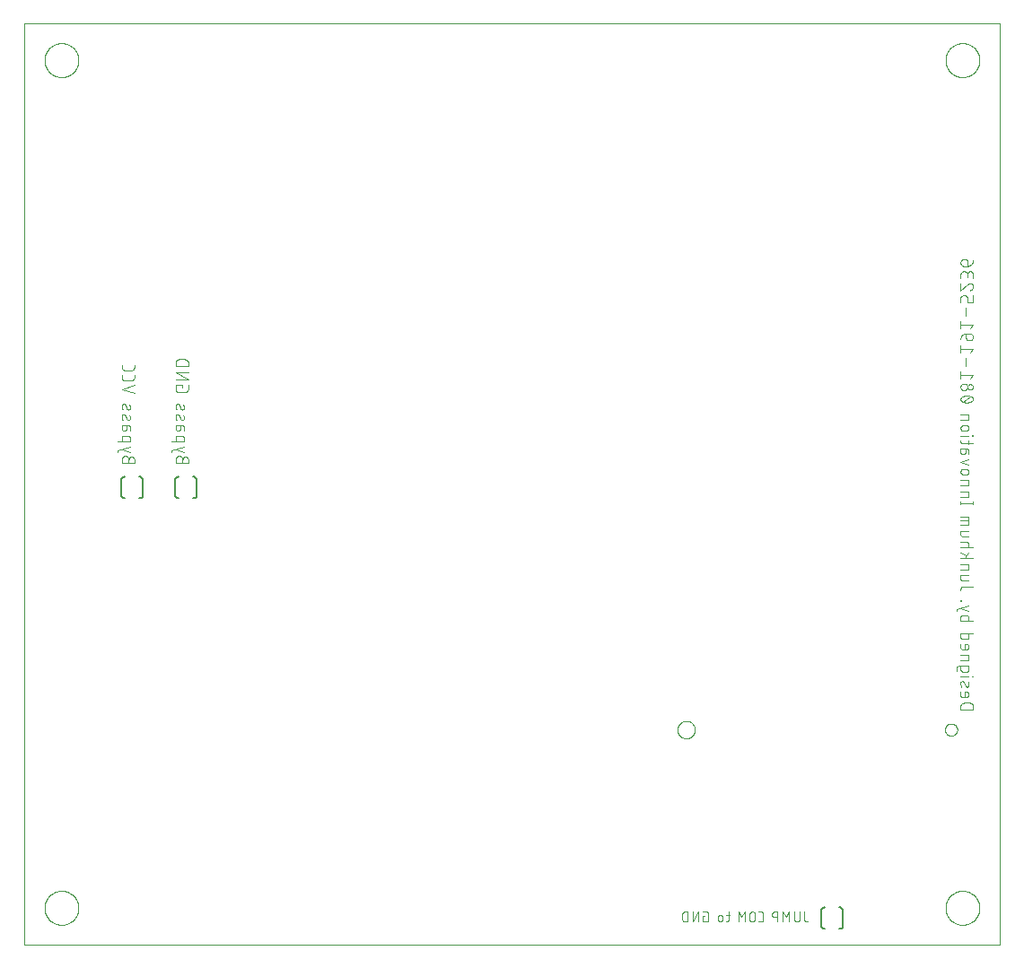
<source format=gbo>
G75*
%MOIN*%
%OFA0B0*%
%FSLAX25Y25*%
%IPPOS*%
%LPD*%
%AMOC8*
5,1,8,0,0,1.08239X$1,22.5*
%
%ADD10C,0.00000*%
%ADD11C,0.00400*%
%ADD12C,0.00800*%
%ADD13C,0.00300*%
D10*
X0003220Y0057549D02*
X0003220Y0400069D01*
X0365642Y0400069D01*
X0365642Y0057549D01*
X0003220Y0057549D01*
X0010701Y0071329D02*
X0010703Y0071487D01*
X0010709Y0071645D01*
X0010719Y0071803D01*
X0010733Y0071961D01*
X0010751Y0072118D01*
X0010772Y0072275D01*
X0010798Y0072431D01*
X0010828Y0072587D01*
X0010861Y0072742D01*
X0010899Y0072895D01*
X0010940Y0073048D01*
X0010985Y0073200D01*
X0011034Y0073351D01*
X0011087Y0073500D01*
X0011143Y0073648D01*
X0011203Y0073794D01*
X0011267Y0073939D01*
X0011335Y0074082D01*
X0011406Y0074224D01*
X0011480Y0074364D01*
X0011558Y0074501D01*
X0011640Y0074637D01*
X0011724Y0074771D01*
X0011813Y0074902D01*
X0011904Y0075031D01*
X0011999Y0075158D01*
X0012096Y0075283D01*
X0012197Y0075405D01*
X0012301Y0075524D01*
X0012408Y0075641D01*
X0012518Y0075755D01*
X0012631Y0075866D01*
X0012746Y0075975D01*
X0012864Y0076080D01*
X0012985Y0076182D01*
X0013108Y0076282D01*
X0013234Y0076378D01*
X0013362Y0076471D01*
X0013492Y0076561D01*
X0013625Y0076647D01*
X0013760Y0076731D01*
X0013896Y0076810D01*
X0014035Y0076887D01*
X0014176Y0076959D01*
X0014318Y0077029D01*
X0014462Y0077094D01*
X0014608Y0077156D01*
X0014755Y0077214D01*
X0014904Y0077269D01*
X0015054Y0077320D01*
X0015205Y0077367D01*
X0015357Y0077410D01*
X0015510Y0077449D01*
X0015665Y0077485D01*
X0015820Y0077516D01*
X0015976Y0077544D01*
X0016132Y0077568D01*
X0016289Y0077588D01*
X0016447Y0077604D01*
X0016604Y0077616D01*
X0016763Y0077624D01*
X0016921Y0077628D01*
X0017079Y0077628D01*
X0017237Y0077624D01*
X0017396Y0077616D01*
X0017553Y0077604D01*
X0017711Y0077588D01*
X0017868Y0077568D01*
X0018024Y0077544D01*
X0018180Y0077516D01*
X0018335Y0077485D01*
X0018490Y0077449D01*
X0018643Y0077410D01*
X0018795Y0077367D01*
X0018946Y0077320D01*
X0019096Y0077269D01*
X0019245Y0077214D01*
X0019392Y0077156D01*
X0019538Y0077094D01*
X0019682Y0077029D01*
X0019824Y0076959D01*
X0019965Y0076887D01*
X0020104Y0076810D01*
X0020240Y0076731D01*
X0020375Y0076647D01*
X0020508Y0076561D01*
X0020638Y0076471D01*
X0020766Y0076378D01*
X0020892Y0076282D01*
X0021015Y0076182D01*
X0021136Y0076080D01*
X0021254Y0075975D01*
X0021369Y0075866D01*
X0021482Y0075755D01*
X0021592Y0075641D01*
X0021699Y0075524D01*
X0021803Y0075405D01*
X0021904Y0075283D01*
X0022001Y0075158D01*
X0022096Y0075031D01*
X0022187Y0074902D01*
X0022276Y0074771D01*
X0022360Y0074637D01*
X0022442Y0074501D01*
X0022520Y0074364D01*
X0022594Y0074224D01*
X0022665Y0074082D01*
X0022733Y0073939D01*
X0022797Y0073794D01*
X0022857Y0073648D01*
X0022913Y0073500D01*
X0022966Y0073351D01*
X0023015Y0073200D01*
X0023060Y0073048D01*
X0023101Y0072895D01*
X0023139Y0072742D01*
X0023172Y0072587D01*
X0023202Y0072431D01*
X0023228Y0072275D01*
X0023249Y0072118D01*
X0023267Y0071961D01*
X0023281Y0071803D01*
X0023291Y0071645D01*
X0023297Y0071487D01*
X0023299Y0071329D01*
X0023297Y0071171D01*
X0023291Y0071013D01*
X0023281Y0070855D01*
X0023267Y0070697D01*
X0023249Y0070540D01*
X0023228Y0070383D01*
X0023202Y0070227D01*
X0023172Y0070071D01*
X0023139Y0069916D01*
X0023101Y0069763D01*
X0023060Y0069610D01*
X0023015Y0069458D01*
X0022966Y0069307D01*
X0022913Y0069158D01*
X0022857Y0069010D01*
X0022797Y0068864D01*
X0022733Y0068719D01*
X0022665Y0068576D01*
X0022594Y0068434D01*
X0022520Y0068294D01*
X0022442Y0068157D01*
X0022360Y0068021D01*
X0022276Y0067887D01*
X0022187Y0067756D01*
X0022096Y0067627D01*
X0022001Y0067500D01*
X0021904Y0067375D01*
X0021803Y0067253D01*
X0021699Y0067134D01*
X0021592Y0067017D01*
X0021482Y0066903D01*
X0021369Y0066792D01*
X0021254Y0066683D01*
X0021136Y0066578D01*
X0021015Y0066476D01*
X0020892Y0066376D01*
X0020766Y0066280D01*
X0020638Y0066187D01*
X0020508Y0066097D01*
X0020375Y0066011D01*
X0020240Y0065927D01*
X0020104Y0065848D01*
X0019965Y0065771D01*
X0019824Y0065699D01*
X0019682Y0065629D01*
X0019538Y0065564D01*
X0019392Y0065502D01*
X0019245Y0065444D01*
X0019096Y0065389D01*
X0018946Y0065338D01*
X0018795Y0065291D01*
X0018643Y0065248D01*
X0018490Y0065209D01*
X0018335Y0065173D01*
X0018180Y0065142D01*
X0018024Y0065114D01*
X0017868Y0065090D01*
X0017711Y0065070D01*
X0017553Y0065054D01*
X0017396Y0065042D01*
X0017237Y0065034D01*
X0017079Y0065030D01*
X0016921Y0065030D01*
X0016763Y0065034D01*
X0016604Y0065042D01*
X0016447Y0065054D01*
X0016289Y0065070D01*
X0016132Y0065090D01*
X0015976Y0065114D01*
X0015820Y0065142D01*
X0015665Y0065173D01*
X0015510Y0065209D01*
X0015357Y0065248D01*
X0015205Y0065291D01*
X0015054Y0065338D01*
X0014904Y0065389D01*
X0014755Y0065444D01*
X0014608Y0065502D01*
X0014462Y0065564D01*
X0014318Y0065629D01*
X0014176Y0065699D01*
X0014035Y0065771D01*
X0013896Y0065848D01*
X0013760Y0065927D01*
X0013625Y0066011D01*
X0013492Y0066097D01*
X0013362Y0066187D01*
X0013234Y0066280D01*
X0013108Y0066376D01*
X0012985Y0066476D01*
X0012864Y0066578D01*
X0012746Y0066683D01*
X0012631Y0066792D01*
X0012518Y0066903D01*
X0012408Y0067017D01*
X0012301Y0067134D01*
X0012197Y0067253D01*
X0012096Y0067375D01*
X0011999Y0067500D01*
X0011904Y0067627D01*
X0011813Y0067756D01*
X0011724Y0067887D01*
X0011640Y0068021D01*
X0011558Y0068157D01*
X0011480Y0068294D01*
X0011406Y0068434D01*
X0011335Y0068576D01*
X0011267Y0068719D01*
X0011203Y0068864D01*
X0011143Y0069010D01*
X0011087Y0069158D01*
X0011034Y0069307D01*
X0010985Y0069458D01*
X0010940Y0069610D01*
X0010899Y0069763D01*
X0010861Y0069916D01*
X0010828Y0070071D01*
X0010798Y0070227D01*
X0010772Y0070383D01*
X0010751Y0070540D01*
X0010733Y0070697D01*
X0010719Y0070855D01*
X0010709Y0071013D01*
X0010703Y0071171D01*
X0010701Y0071329D01*
X0245760Y0137549D02*
X0245762Y0137662D01*
X0245768Y0137776D01*
X0245778Y0137889D01*
X0245792Y0138001D01*
X0245809Y0138113D01*
X0245831Y0138224D01*
X0245856Y0138335D01*
X0245886Y0138444D01*
X0245919Y0138553D01*
X0245956Y0138660D01*
X0245997Y0138766D01*
X0246041Y0138870D01*
X0246089Y0138973D01*
X0246140Y0139074D01*
X0246195Y0139173D01*
X0246254Y0139270D01*
X0246315Y0139365D01*
X0246380Y0139458D01*
X0246449Y0139549D01*
X0246520Y0139637D01*
X0246594Y0139722D01*
X0246672Y0139805D01*
X0246752Y0139885D01*
X0246835Y0139963D01*
X0246920Y0140037D01*
X0247008Y0140108D01*
X0247099Y0140177D01*
X0247192Y0140242D01*
X0247287Y0140303D01*
X0247384Y0140362D01*
X0247483Y0140417D01*
X0247584Y0140468D01*
X0247687Y0140516D01*
X0247791Y0140560D01*
X0247897Y0140601D01*
X0248004Y0140638D01*
X0248113Y0140671D01*
X0248222Y0140701D01*
X0248333Y0140726D01*
X0248444Y0140748D01*
X0248556Y0140765D01*
X0248668Y0140779D01*
X0248781Y0140789D01*
X0248895Y0140795D01*
X0249008Y0140797D01*
X0249121Y0140795D01*
X0249235Y0140789D01*
X0249348Y0140779D01*
X0249460Y0140765D01*
X0249572Y0140748D01*
X0249683Y0140726D01*
X0249794Y0140701D01*
X0249903Y0140671D01*
X0250012Y0140638D01*
X0250119Y0140601D01*
X0250225Y0140560D01*
X0250329Y0140516D01*
X0250432Y0140468D01*
X0250533Y0140417D01*
X0250632Y0140362D01*
X0250729Y0140303D01*
X0250824Y0140242D01*
X0250917Y0140177D01*
X0251008Y0140108D01*
X0251096Y0140037D01*
X0251181Y0139963D01*
X0251264Y0139885D01*
X0251344Y0139805D01*
X0251422Y0139722D01*
X0251496Y0139637D01*
X0251567Y0139549D01*
X0251636Y0139458D01*
X0251701Y0139365D01*
X0251762Y0139270D01*
X0251821Y0139173D01*
X0251876Y0139074D01*
X0251927Y0138973D01*
X0251975Y0138870D01*
X0252019Y0138766D01*
X0252060Y0138660D01*
X0252097Y0138553D01*
X0252130Y0138444D01*
X0252160Y0138335D01*
X0252185Y0138224D01*
X0252207Y0138113D01*
X0252224Y0138001D01*
X0252238Y0137889D01*
X0252248Y0137776D01*
X0252254Y0137662D01*
X0252256Y0137549D01*
X0252254Y0137436D01*
X0252248Y0137322D01*
X0252238Y0137209D01*
X0252224Y0137097D01*
X0252207Y0136985D01*
X0252185Y0136874D01*
X0252160Y0136763D01*
X0252130Y0136654D01*
X0252097Y0136545D01*
X0252060Y0136438D01*
X0252019Y0136332D01*
X0251975Y0136228D01*
X0251927Y0136125D01*
X0251876Y0136024D01*
X0251821Y0135925D01*
X0251762Y0135828D01*
X0251701Y0135733D01*
X0251636Y0135640D01*
X0251567Y0135549D01*
X0251496Y0135461D01*
X0251422Y0135376D01*
X0251344Y0135293D01*
X0251264Y0135213D01*
X0251181Y0135135D01*
X0251096Y0135061D01*
X0251008Y0134990D01*
X0250917Y0134921D01*
X0250824Y0134856D01*
X0250729Y0134795D01*
X0250632Y0134736D01*
X0250533Y0134681D01*
X0250432Y0134630D01*
X0250329Y0134582D01*
X0250225Y0134538D01*
X0250119Y0134497D01*
X0250012Y0134460D01*
X0249903Y0134427D01*
X0249794Y0134397D01*
X0249683Y0134372D01*
X0249572Y0134350D01*
X0249460Y0134333D01*
X0249348Y0134319D01*
X0249235Y0134309D01*
X0249121Y0134303D01*
X0249008Y0134301D01*
X0248895Y0134303D01*
X0248781Y0134309D01*
X0248668Y0134319D01*
X0248556Y0134333D01*
X0248444Y0134350D01*
X0248333Y0134372D01*
X0248222Y0134397D01*
X0248113Y0134427D01*
X0248004Y0134460D01*
X0247897Y0134497D01*
X0247791Y0134538D01*
X0247687Y0134582D01*
X0247584Y0134630D01*
X0247483Y0134681D01*
X0247384Y0134736D01*
X0247287Y0134795D01*
X0247192Y0134856D01*
X0247099Y0134921D01*
X0247008Y0134990D01*
X0246920Y0135061D01*
X0246835Y0135135D01*
X0246752Y0135213D01*
X0246672Y0135293D01*
X0246594Y0135376D01*
X0246520Y0135461D01*
X0246449Y0135549D01*
X0246380Y0135640D01*
X0246315Y0135733D01*
X0246254Y0135828D01*
X0246195Y0135925D01*
X0246140Y0136024D01*
X0246089Y0136125D01*
X0246041Y0136228D01*
X0245997Y0136332D01*
X0245956Y0136438D01*
X0245919Y0136545D01*
X0245886Y0136654D01*
X0245856Y0136763D01*
X0245831Y0136874D01*
X0245809Y0136985D01*
X0245792Y0137097D01*
X0245778Y0137209D01*
X0245768Y0137322D01*
X0245762Y0137436D01*
X0245760Y0137549D01*
X0345169Y0137549D02*
X0345171Y0137644D01*
X0345177Y0137738D01*
X0345187Y0137833D01*
X0345201Y0137927D01*
X0345218Y0138020D01*
X0345240Y0138112D01*
X0345266Y0138203D01*
X0345295Y0138294D01*
X0345328Y0138382D01*
X0345365Y0138470D01*
X0345405Y0138556D01*
X0345449Y0138640D01*
X0345496Y0138722D01*
X0345547Y0138802D01*
X0345601Y0138880D01*
X0345659Y0138955D01*
X0345719Y0139028D01*
X0345783Y0139099D01*
X0345849Y0139167D01*
X0345918Y0139231D01*
X0345990Y0139293D01*
X0346064Y0139352D01*
X0346141Y0139408D01*
X0346220Y0139461D01*
X0346301Y0139510D01*
X0346384Y0139555D01*
X0346469Y0139598D01*
X0346556Y0139636D01*
X0346644Y0139671D01*
X0346733Y0139702D01*
X0346824Y0139730D01*
X0346916Y0139753D01*
X0347009Y0139773D01*
X0347102Y0139789D01*
X0347196Y0139801D01*
X0347291Y0139809D01*
X0347386Y0139813D01*
X0347480Y0139813D01*
X0347575Y0139809D01*
X0347670Y0139801D01*
X0347764Y0139789D01*
X0347857Y0139773D01*
X0347950Y0139753D01*
X0348042Y0139730D01*
X0348133Y0139702D01*
X0348222Y0139671D01*
X0348310Y0139636D01*
X0348397Y0139598D01*
X0348482Y0139555D01*
X0348565Y0139510D01*
X0348646Y0139461D01*
X0348725Y0139408D01*
X0348802Y0139352D01*
X0348876Y0139293D01*
X0348948Y0139231D01*
X0349017Y0139167D01*
X0349083Y0139099D01*
X0349147Y0139028D01*
X0349207Y0138955D01*
X0349265Y0138880D01*
X0349319Y0138802D01*
X0349370Y0138722D01*
X0349417Y0138640D01*
X0349461Y0138556D01*
X0349501Y0138470D01*
X0349538Y0138382D01*
X0349571Y0138294D01*
X0349600Y0138203D01*
X0349626Y0138112D01*
X0349648Y0138020D01*
X0349665Y0137927D01*
X0349679Y0137833D01*
X0349689Y0137738D01*
X0349695Y0137644D01*
X0349697Y0137549D01*
X0349695Y0137454D01*
X0349689Y0137360D01*
X0349679Y0137265D01*
X0349665Y0137171D01*
X0349648Y0137078D01*
X0349626Y0136986D01*
X0349600Y0136895D01*
X0349571Y0136804D01*
X0349538Y0136716D01*
X0349501Y0136628D01*
X0349461Y0136542D01*
X0349417Y0136458D01*
X0349370Y0136376D01*
X0349319Y0136296D01*
X0349265Y0136218D01*
X0349207Y0136143D01*
X0349147Y0136070D01*
X0349083Y0135999D01*
X0349017Y0135931D01*
X0348948Y0135867D01*
X0348876Y0135805D01*
X0348802Y0135746D01*
X0348725Y0135690D01*
X0348646Y0135637D01*
X0348565Y0135588D01*
X0348482Y0135543D01*
X0348397Y0135500D01*
X0348310Y0135462D01*
X0348222Y0135427D01*
X0348133Y0135396D01*
X0348042Y0135368D01*
X0347950Y0135345D01*
X0347857Y0135325D01*
X0347764Y0135309D01*
X0347670Y0135297D01*
X0347575Y0135289D01*
X0347480Y0135285D01*
X0347386Y0135285D01*
X0347291Y0135289D01*
X0347196Y0135297D01*
X0347102Y0135309D01*
X0347009Y0135325D01*
X0346916Y0135345D01*
X0346824Y0135368D01*
X0346733Y0135396D01*
X0346644Y0135427D01*
X0346556Y0135462D01*
X0346469Y0135500D01*
X0346384Y0135543D01*
X0346301Y0135588D01*
X0346220Y0135637D01*
X0346141Y0135690D01*
X0346064Y0135746D01*
X0345990Y0135805D01*
X0345918Y0135867D01*
X0345849Y0135931D01*
X0345783Y0135999D01*
X0345719Y0136070D01*
X0345659Y0136143D01*
X0345601Y0136218D01*
X0345547Y0136296D01*
X0345496Y0136376D01*
X0345449Y0136458D01*
X0345405Y0136542D01*
X0345365Y0136628D01*
X0345328Y0136716D01*
X0345295Y0136804D01*
X0345266Y0136895D01*
X0345240Y0136986D01*
X0345218Y0137078D01*
X0345201Y0137171D01*
X0345187Y0137265D01*
X0345177Y0137360D01*
X0345171Y0137454D01*
X0345169Y0137549D01*
X0345347Y0071329D02*
X0345349Y0071487D01*
X0345355Y0071645D01*
X0345365Y0071803D01*
X0345379Y0071961D01*
X0345397Y0072118D01*
X0345418Y0072275D01*
X0345444Y0072431D01*
X0345474Y0072587D01*
X0345507Y0072742D01*
X0345545Y0072895D01*
X0345586Y0073048D01*
X0345631Y0073200D01*
X0345680Y0073351D01*
X0345733Y0073500D01*
X0345789Y0073648D01*
X0345849Y0073794D01*
X0345913Y0073939D01*
X0345981Y0074082D01*
X0346052Y0074224D01*
X0346126Y0074364D01*
X0346204Y0074501D01*
X0346286Y0074637D01*
X0346370Y0074771D01*
X0346459Y0074902D01*
X0346550Y0075031D01*
X0346645Y0075158D01*
X0346742Y0075283D01*
X0346843Y0075405D01*
X0346947Y0075524D01*
X0347054Y0075641D01*
X0347164Y0075755D01*
X0347277Y0075866D01*
X0347392Y0075975D01*
X0347510Y0076080D01*
X0347631Y0076182D01*
X0347754Y0076282D01*
X0347880Y0076378D01*
X0348008Y0076471D01*
X0348138Y0076561D01*
X0348271Y0076647D01*
X0348406Y0076731D01*
X0348542Y0076810D01*
X0348681Y0076887D01*
X0348822Y0076959D01*
X0348964Y0077029D01*
X0349108Y0077094D01*
X0349254Y0077156D01*
X0349401Y0077214D01*
X0349550Y0077269D01*
X0349700Y0077320D01*
X0349851Y0077367D01*
X0350003Y0077410D01*
X0350156Y0077449D01*
X0350311Y0077485D01*
X0350466Y0077516D01*
X0350622Y0077544D01*
X0350778Y0077568D01*
X0350935Y0077588D01*
X0351093Y0077604D01*
X0351250Y0077616D01*
X0351409Y0077624D01*
X0351567Y0077628D01*
X0351725Y0077628D01*
X0351883Y0077624D01*
X0352042Y0077616D01*
X0352199Y0077604D01*
X0352357Y0077588D01*
X0352514Y0077568D01*
X0352670Y0077544D01*
X0352826Y0077516D01*
X0352981Y0077485D01*
X0353136Y0077449D01*
X0353289Y0077410D01*
X0353441Y0077367D01*
X0353592Y0077320D01*
X0353742Y0077269D01*
X0353891Y0077214D01*
X0354038Y0077156D01*
X0354184Y0077094D01*
X0354328Y0077029D01*
X0354470Y0076959D01*
X0354611Y0076887D01*
X0354750Y0076810D01*
X0354886Y0076731D01*
X0355021Y0076647D01*
X0355154Y0076561D01*
X0355284Y0076471D01*
X0355412Y0076378D01*
X0355538Y0076282D01*
X0355661Y0076182D01*
X0355782Y0076080D01*
X0355900Y0075975D01*
X0356015Y0075866D01*
X0356128Y0075755D01*
X0356238Y0075641D01*
X0356345Y0075524D01*
X0356449Y0075405D01*
X0356550Y0075283D01*
X0356647Y0075158D01*
X0356742Y0075031D01*
X0356833Y0074902D01*
X0356922Y0074771D01*
X0357006Y0074637D01*
X0357088Y0074501D01*
X0357166Y0074364D01*
X0357240Y0074224D01*
X0357311Y0074082D01*
X0357379Y0073939D01*
X0357443Y0073794D01*
X0357503Y0073648D01*
X0357559Y0073500D01*
X0357612Y0073351D01*
X0357661Y0073200D01*
X0357706Y0073048D01*
X0357747Y0072895D01*
X0357785Y0072742D01*
X0357818Y0072587D01*
X0357848Y0072431D01*
X0357874Y0072275D01*
X0357895Y0072118D01*
X0357913Y0071961D01*
X0357927Y0071803D01*
X0357937Y0071645D01*
X0357943Y0071487D01*
X0357945Y0071329D01*
X0357943Y0071171D01*
X0357937Y0071013D01*
X0357927Y0070855D01*
X0357913Y0070697D01*
X0357895Y0070540D01*
X0357874Y0070383D01*
X0357848Y0070227D01*
X0357818Y0070071D01*
X0357785Y0069916D01*
X0357747Y0069763D01*
X0357706Y0069610D01*
X0357661Y0069458D01*
X0357612Y0069307D01*
X0357559Y0069158D01*
X0357503Y0069010D01*
X0357443Y0068864D01*
X0357379Y0068719D01*
X0357311Y0068576D01*
X0357240Y0068434D01*
X0357166Y0068294D01*
X0357088Y0068157D01*
X0357006Y0068021D01*
X0356922Y0067887D01*
X0356833Y0067756D01*
X0356742Y0067627D01*
X0356647Y0067500D01*
X0356550Y0067375D01*
X0356449Y0067253D01*
X0356345Y0067134D01*
X0356238Y0067017D01*
X0356128Y0066903D01*
X0356015Y0066792D01*
X0355900Y0066683D01*
X0355782Y0066578D01*
X0355661Y0066476D01*
X0355538Y0066376D01*
X0355412Y0066280D01*
X0355284Y0066187D01*
X0355154Y0066097D01*
X0355021Y0066011D01*
X0354886Y0065927D01*
X0354750Y0065848D01*
X0354611Y0065771D01*
X0354470Y0065699D01*
X0354328Y0065629D01*
X0354184Y0065564D01*
X0354038Y0065502D01*
X0353891Y0065444D01*
X0353742Y0065389D01*
X0353592Y0065338D01*
X0353441Y0065291D01*
X0353289Y0065248D01*
X0353136Y0065209D01*
X0352981Y0065173D01*
X0352826Y0065142D01*
X0352670Y0065114D01*
X0352514Y0065090D01*
X0352357Y0065070D01*
X0352199Y0065054D01*
X0352042Y0065042D01*
X0351883Y0065034D01*
X0351725Y0065030D01*
X0351567Y0065030D01*
X0351409Y0065034D01*
X0351250Y0065042D01*
X0351093Y0065054D01*
X0350935Y0065070D01*
X0350778Y0065090D01*
X0350622Y0065114D01*
X0350466Y0065142D01*
X0350311Y0065173D01*
X0350156Y0065209D01*
X0350003Y0065248D01*
X0349851Y0065291D01*
X0349700Y0065338D01*
X0349550Y0065389D01*
X0349401Y0065444D01*
X0349254Y0065502D01*
X0349108Y0065564D01*
X0348964Y0065629D01*
X0348822Y0065699D01*
X0348681Y0065771D01*
X0348542Y0065848D01*
X0348406Y0065927D01*
X0348271Y0066011D01*
X0348138Y0066097D01*
X0348008Y0066187D01*
X0347880Y0066280D01*
X0347754Y0066376D01*
X0347631Y0066476D01*
X0347510Y0066578D01*
X0347392Y0066683D01*
X0347277Y0066792D01*
X0347164Y0066903D01*
X0347054Y0067017D01*
X0346947Y0067134D01*
X0346843Y0067253D01*
X0346742Y0067375D01*
X0346645Y0067500D01*
X0346550Y0067627D01*
X0346459Y0067756D01*
X0346370Y0067887D01*
X0346286Y0068021D01*
X0346204Y0068157D01*
X0346126Y0068294D01*
X0346052Y0068434D01*
X0345981Y0068576D01*
X0345913Y0068719D01*
X0345849Y0068864D01*
X0345789Y0069010D01*
X0345733Y0069158D01*
X0345680Y0069307D01*
X0345631Y0069458D01*
X0345586Y0069610D01*
X0345545Y0069763D01*
X0345507Y0069916D01*
X0345474Y0070071D01*
X0345444Y0070227D01*
X0345418Y0070383D01*
X0345397Y0070540D01*
X0345379Y0070697D01*
X0345365Y0070855D01*
X0345355Y0071013D01*
X0345349Y0071171D01*
X0345347Y0071329D01*
X0345347Y0386289D02*
X0345349Y0386447D01*
X0345355Y0386605D01*
X0345365Y0386763D01*
X0345379Y0386921D01*
X0345397Y0387078D01*
X0345418Y0387235D01*
X0345444Y0387391D01*
X0345474Y0387547D01*
X0345507Y0387702D01*
X0345545Y0387855D01*
X0345586Y0388008D01*
X0345631Y0388160D01*
X0345680Y0388311D01*
X0345733Y0388460D01*
X0345789Y0388608D01*
X0345849Y0388754D01*
X0345913Y0388899D01*
X0345981Y0389042D01*
X0346052Y0389184D01*
X0346126Y0389324D01*
X0346204Y0389461D01*
X0346286Y0389597D01*
X0346370Y0389731D01*
X0346459Y0389862D01*
X0346550Y0389991D01*
X0346645Y0390118D01*
X0346742Y0390243D01*
X0346843Y0390365D01*
X0346947Y0390484D01*
X0347054Y0390601D01*
X0347164Y0390715D01*
X0347277Y0390826D01*
X0347392Y0390935D01*
X0347510Y0391040D01*
X0347631Y0391142D01*
X0347754Y0391242D01*
X0347880Y0391338D01*
X0348008Y0391431D01*
X0348138Y0391521D01*
X0348271Y0391607D01*
X0348406Y0391691D01*
X0348542Y0391770D01*
X0348681Y0391847D01*
X0348822Y0391919D01*
X0348964Y0391989D01*
X0349108Y0392054D01*
X0349254Y0392116D01*
X0349401Y0392174D01*
X0349550Y0392229D01*
X0349700Y0392280D01*
X0349851Y0392327D01*
X0350003Y0392370D01*
X0350156Y0392409D01*
X0350311Y0392445D01*
X0350466Y0392476D01*
X0350622Y0392504D01*
X0350778Y0392528D01*
X0350935Y0392548D01*
X0351093Y0392564D01*
X0351250Y0392576D01*
X0351409Y0392584D01*
X0351567Y0392588D01*
X0351725Y0392588D01*
X0351883Y0392584D01*
X0352042Y0392576D01*
X0352199Y0392564D01*
X0352357Y0392548D01*
X0352514Y0392528D01*
X0352670Y0392504D01*
X0352826Y0392476D01*
X0352981Y0392445D01*
X0353136Y0392409D01*
X0353289Y0392370D01*
X0353441Y0392327D01*
X0353592Y0392280D01*
X0353742Y0392229D01*
X0353891Y0392174D01*
X0354038Y0392116D01*
X0354184Y0392054D01*
X0354328Y0391989D01*
X0354470Y0391919D01*
X0354611Y0391847D01*
X0354750Y0391770D01*
X0354886Y0391691D01*
X0355021Y0391607D01*
X0355154Y0391521D01*
X0355284Y0391431D01*
X0355412Y0391338D01*
X0355538Y0391242D01*
X0355661Y0391142D01*
X0355782Y0391040D01*
X0355900Y0390935D01*
X0356015Y0390826D01*
X0356128Y0390715D01*
X0356238Y0390601D01*
X0356345Y0390484D01*
X0356449Y0390365D01*
X0356550Y0390243D01*
X0356647Y0390118D01*
X0356742Y0389991D01*
X0356833Y0389862D01*
X0356922Y0389731D01*
X0357006Y0389597D01*
X0357088Y0389461D01*
X0357166Y0389324D01*
X0357240Y0389184D01*
X0357311Y0389042D01*
X0357379Y0388899D01*
X0357443Y0388754D01*
X0357503Y0388608D01*
X0357559Y0388460D01*
X0357612Y0388311D01*
X0357661Y0388160D01*
X0357706Y0388008D01*
X0357747Y0387855D01*
X0357785Y0387702D01*
X0357818Y0387547D01*
X0357848Y0387391D01*
X0357874Y0387235D01*
X0357895Y0387078D01*
X0357913Y0386921D01*
X0357927Y0386763D01*
X0357937Y0386605D01*
X0357943Y0386447D01*
X0357945Y0386289D01*
X0357943Y0386131D01*
X0357937Y0385973D01*
X0357927Y0385815D01*
X0357913Y0385657D01*
X0357895Y0385500D01*
X0357874Y0385343D01*
X0357848Y0385187D01*
X0357818Y0385031D01*
X0357785Y0384876D01*
X0357747Y0384723D01*
X0357706Y0384570D01*
X0357661Y0384418D01*
X0357612Y0384267D01*
X0357559Y0384118D01*
X0357503Y0383970D01*
X0357443Y0383824D01*
X0357379Y0383679D01*
X0357311Y0383536D01*
X0357240Y0383394D01*
X0357166Y0383254D01*
X0357088Y0383117D01*
X0357006Y0382981D01*
X0356922Y0382847D01*
X0356833Y0382716D01*
X0356742Y0382587D01*
X0356647Y0382460D01*
X0356550Y0382335D01*
X0356449Y0382213D01*
X0356345Y0382094D01*
X0356238Y0381977D01*
X0356128Y0381863D01*
X0356015Y0381752D01*
X0355900Y0381643D01*
X0355782Y0381538D01*
X0355661Y0381436D01*
X0355538Y0381336D01*
X0355412Y0381240D01*
X0355284Y0381147D01*
X0355154Y0381057D01*
X0355021Y0380971D01*
X0354886Y0380887D01*
X0354750Y0380808D01*
X0354611Y0380731D01*
X0354470Y0380659D01*
X0354328Y0380589D01*
X0354184Y0380524D01*
X0354038Y0380462D01*
X0353891Y0380404D01*
X0353742Y0380349D01*
X0353592Y0380298D01*
X0353441Y0380251D01*
X0353289Y0380208D01*
X0353136Y0380169D01*
X0352981Y0380133D01*
X0352826Y0380102D01*
X0352670Y0380074D01*
X0352514Y0380050D01*
X0352357Y0380030D01*
X0352199Y0380014D01*
X0352042Y0380002D01*
X0351883Y0379994D01*
X0351725Y0379990D01*
X0351567Y0379990D01*
X0351409Y0379994D01*
X0351250Y0380002D01*
X0351093Y0380014D01*
X0350935Y0380030D01*
X0350778Y0380050D01*
X0350622Y0380074D01*
X0350466Y0380102D01*
X0350311Y0380133D01*
X0350156Y0380169D01*
X0350003Y0380208D01*
X0349851Y0380251D01*
X0349700Y0380298D01*
X0349550Y0380349D01*
X0349401Y0380404D01*
X0349254Y0380462D01*
X0349108Y0380524D01*
X0348964Y0380589D01*
X0348822Y0380659D01*
X0348681Y0380731D01*
X0348542Y0380808D01*
X0348406Y0380887D01*
X0348271Y0380971D01*
X0348138Y0381057D01*
X0348008Y0381147D01*
X0347880Y0381240D01*
X0347754Y0381336D01*
X0347631Y0381436D01*
X0347510Y0381538D01*
X0347392Y0381643D01*
X0347277Y0381752D01*
X0347164Y0381863D01*
X0347054Y0381977D01*
X0346947Y0382094D01*
X0346843Y0382213D01*
X0346742Y0382335D01*
X0346645Y0382460D01*
X0346550Y0382587D01*
X0346459Y0382716D01*
X0346370Y0382847D01*
X0346286Y0382981D01*
X0346204Y0383117D01*
X0346126Y0383254D01*
X0346052Y0383394D01*
X0345981Y0383536D01*
X0345913Y0383679D01*
X0345849Y0383824D01*
X0345789Y0383970D01*
X0345733Y0384118D01*
X0345680Y0384267D01*
X0345631Y0384418D01*
X0345586Y0384570D01*
X0345545Y0384723D01*
X0345507Y0384876D01*
X0345474Y0385031D01*
X0345444Y0385187D01*
X0345418Y0385343D01*
X0345397Y0385500D01*
X0345379Y0385657D01*
X0345365Y0385815D01*
X0345355Y0385973D01*
X0345349Y0386131D01*
X0345347Y0386289D01*
X0010701Y0386289D02*
X0010703Y0386447D01*
X0010709Y0386605D01*
X0010719Y0386763D01*
X0010733Y0386921D01*
X0010751Y0387078D01*
X0010772Y0387235D01*
X0010798Y0387391D01*
X0010828Y0387547D01*
X0010861Y0387702D01*
X0010899Y0387855D01*
X0010940Y0388008D01*
X0010985Y0388160D01*
X0011034Y0388311D01*
X0011087Y0388460D01*
X0011143Y0388608D01*
X0011203Y0388754D01*
X0011267Y0388899D01*
X0011335Y0389042D01*
X0011406Y0389184D01*
X0011480Y0389324D01*
X0011558Y0389461D01*
X0011640Y0389597D01*
X0011724Y0389731D01*
X0011813Y0389862D01*
X0011904Y0389991D01*
X0011999Y0390118D01*
X0012096Y0390243D01*
X0012197Y0390365D01*
X0012301Y0390484D01*
X0012408Y0390601D01*
X0012518Y0390715D01*
X0012631Y0390826D01*
X0012746Y0390935D01*
X0012864Y0391040D01*
X0012985Y0391142D01*
X0013108Y0391242D01*
X0013234Y0391338D01*
X0013362Y0391431D01*
X0013492Y0391521D01*
X0013625Y0391607D01*
X0013760Y0391691D01*
X0013896Y0391770D01*
X0014035Y0391847D01*
X0014176Y0391919D01*
X0014318Y0391989D01*
X0014462Y0392054D01*
X0014608Y0392116D01*
X0014755Y0392174D01*
X0014904Y0392229D01*
X0015054Y0392280D01*
X0015205Y0392327D01*
X0015357Y0392370D01*
X0015510Y0392409D01*
X0015665Y0392445D01*
X0015820Y0392476D01*
X0015976Y0392504D01*
X0016132Y0392528D01*
X0016289Y0392548D01*
X0016447Y0392564D01*
X0016604Y0392576D01*
X0016763Y0392584D01*
X0016921Y0392588D01*
X0017079Y0392588D01*
X0017237Y0392584D01*
X0017396Y0392576D01*
X0017553Y0392564D01*
X0017711Y0392548D01*
X0017868Y0392528D01*
X0018024Y0392504D01*
X0018180Y0392476D01*
X0018335Y0392445D01*
X0018490Y0392409D01*
X0018643Y0392370D01*
X0018795Y0392327D01*
X0018946Y0392280D01*
X0019096Y0392229D01*
X0019245Y0392174D01*
X0019392Y0392116D01*
X0019538Y0392054D01*
X0019682Y0391989D01*
X0019824Y0391919D01*
X0019965Y0391847D01*
X0020104Y0391770D01*
X0020240Y0391691D01*
X0020375Y0391607D01*
X0020508Y0391521D01*
X0020638Y0391431D01*
X0020766Y0391338D01*
X0020892Y0391242D01*
X0021015Y0391142D01*
X0021136Y0391040D01*
X0021254Y0390935D01*
X0021369Y0390826D01*
X0021482Y0390715D01*
X0021592Y0390601D01*
X0021699Y0390484D01*
X0021803Y0390365D01*
X0021904Y0390243D01*
X0022001Y0390118D01*
X0022096Y0389991D01*
X0022187Y0389862D01*
X0022276Y0389731D01*
X0022360Y0389597D01*
X0022442Y0389461D01*
X0022520Y0389324D01*
X0022594Y0389184D01*
X0022665Y0389042D01*
X0022733Y0388899D01*
X0022797Y0388754D01*
X0022857Y0388608D01*
X0022913Y0388460D01*
X0022966Y0388311D01*
X0023015Y0388160D01*
X0023060Y0388008D01*
X0023101Y0387855D01*
X0023139Y0387702D01*
X0023172Y0387547D01*
X0023202Y0387391D01*
X0023228Y0387235D01*
X0023249Y0387078D01*
X0023267Y0386921D01*
X0023281Y0386763D01*
X0023291Y0386605D01*
X0023297Y0386447D01*
X0023299Y0386289D01*
X0023297Y0386131D01*
X0023291Y0385973D01*
X0023281Y0385815D01*
X0023267Y0385657D01*
X0023249Y0385500D01*
X0023228Y0385343D01*
X0023202Y0385187D01*
X0023172Y0385031D01*
X0023139Y0384876D01*
X0023101Y0384723D01*
X0023060Y0384570D01*
X0023015Y0384418D01*
X0022966Y0384267D01*
X0022913Y0384118D01*
X0022857Y0383970D01*
X0022797Y0383824D01*
X0022733Y0383679D01*
X0022665Y0383536D01*
X0022594Y0383394D01*
X0022520Y0383254D01*
X0022442Y0383117D01*
X0022360Y0382981D01*
X0022276Y0382847D01*
X0022187Y0382716D01*
X0022096Y0382587D01*
X0022001Y0382460D01*
X0021904Y0382335D01*
X0021803Y0382213D01*
X0021699Y0382094D01*
X0021592Y0381977D01*
X0021482Y0381863D01*
X0021369Y0381752D01*
X0021254Y0381643D01*
X0021136Y0381538D01*
X0021015Y0381436D01*
X0020892Y0381336D01*
X0020766Y0381240D01*
X0020638Y0381147D01*
X0020508Y0381057D01*
X0020375Y0380971D01*
X0020240Y0380887D01*
X0020104Y0380808D01*
X0019965Y0380731D01*
X0019824Y0380659D01*
X0019682Y0380589D01*
X0019538Y0380524D01*
X0019392Y0380462D01*
X0019245Y0380404D01*
X0019096Y0380349D01*
X0018946Y0380298D01*
X0018795Y0380251D01*
X0018643Y0380208D01*
X0018490Y0380169D01*
X0018335Y0380133D01*
X0018180Y0380102D01*
X0018024Y0380074D01*
X0017868Y0380050D01*
X0017711Y0380030D01*
X0017553Y0380014D01*
X0017396Y0380002D01*
X0017237Y0379994D01*
X0017079Y0379990D01*
X0016921Y0379990D01*
X0016763Y0379994D01*
X0016604Y0380002D01*
X0016447Y0380014D01*
X0016289Y0380030D01*
X0016132Y0380050D01*
X0015976Y0380074D01*
X0015820Y0380102D01*
X0015665Y0380133D01*
X0015510Y0380169D01*
X0015357Y0380208D01*
X0015205Y0380251D01*
X0015054Y0380298D01*
X0014904Y0380349D01*
X0014755Y0380404D01*
X0014608Y0380462D01*
X0014462Y0380524D01*
X0014318Y0380589D01*
X0014176Y0380659D01*
X0014035Y0380731D01*
X0013896Y0380808D01*
X0013760Y0380887D01*
X0013625Y0380971D01*
X0013492Y0381057D01*
X0013362Y0381147D01*
X0013234Y0381240D01*
X0013108Y0381336D01*
X0012985Y0381436D01*
X0012864Y0381538D01*
X0012746Y0381643D01*
X0012631Y0381752D01*
X0012518Y0381863D01*
X0012408Y0381977D01*
X0012301Y0382094D01*
X0012197Y0382213D01*
X0012096Y0382335D01*
X0011999Y0382460D01*
X0011904Y0382587D01*
X0011813Y0382716D01*
X0011724Y0382847D01*
X0011640Y0382981D01*
X0011558Y0383117D01*
X0011480Y0383254D01*
X0011406Y0383394D01*
X0011335Y0383536D01*
X0011267Y0383679D01*
X0011203Y0383824D01*
X0011143Y0383970D01*
X0011087Y0384118D01*
X0011034Y0384267D01*
X0010985Y0384418D01*
X0010940Y0384570D01*
X0010899Y0384723D01*
X0010861Y0384876D01*
X0010828Y0385031D01*
X0010798Y0385187D01*
X0010772Y0385343D01*
X0010751Y0385500D01*
X0010733Y0385657D01*
X0010719Y0385815D01*
X0010709Y0385973D01*
X0010703Y0386131D01*
X0010701Y0386289D01*
D11*
X0060698Y0275163D02*
X0062743Y0275163D01*
X0062812Y0275161D01*
X0062881Y0275156D01*
X0062950Y0275146D01*
X0063018Y0275133D01*
X0063085Y0275116D01*
X0063151Y0275096D01*
X0063216Y0275072D01*
X0063280Y0275045D01*
X0063342Y0275014D01*
X0063402Y0274980D01*
X0063460Y0274943D01*
X0063516Y0274902D01*
X0063570Y0274859D01*
X0063622Y0274813D01*
X0063671Y0274764D01*
X0063717Y0274712D01*
X0063760Y0274658D01*
X0063801Y0274602D01*
X0063838Y0274544D01*
X0063872Y0274484D01*
X0063903Y0274422D01*
X0063930Y0274358D01*
X0063954Y0274293D01*
X0063974Y0274227D01*
X0063991Y0274160D01*
X0064004Y0274092D01*
X0064014Y0274023D01*
X0064019Y0273954D01*
X0064021Y0273885D01*
X0064020Y0273885D02*
X0064020Y0272608D01*
X0059420Y0272608D01*
X0059420Y0273885D01*
X0059422Y0273954D01*
X0059427Y0274023D01*
X0059437Y0274092D01*
X0059450Y0274160D01*
X0059467Y0274227D01*
X0059487Y0274293D01*
X0059511Y0274358D01*
X0059538Y0274422D01*
X0059569Y0274484D01*
X0059603Y0274544D01*
X0059640Y0274602D01*
X0059681Y0274658D01*
X0059724Y0274712D01*
X0059770Y0274764D01*
X0059819Y0274813D01*
X0059871Y0274859D01*
X0059925Y0274902D01*
X0059981Y0274943D01*
X0060039Y0274980D01*
X0060099Y0275014D01*
X0060161Y0275045D01*
X0060225Y0275072D01*
X0060290Y0275096D01*
X0060356Y0275116D01*
X0060423Y0275133D01*
X0060491Y0275146D01*
X0060560Y0275156D01*
X0060629Y0275161D01*
X0060698Y0275163D01*
X0059420Y0270363D02*
X0064020Y0270363D01*
X0064020Y0267808D02*
X0059420Y0267808D01*
X0059420Y0265563D02*
X0059420Y0264030D01*
X0059421Y0264030D02*
X0059423Y0263968D01*
X0059428Y0263907D01*
X0059438Y0263846D01*
X0059451Y0263785D01*
X0059467Y0263726D01*
X0059487Y0263668D01*
X0059511Y0263611D01*
X0059538Y0263555D01*
X0059568Y0263501D01*
X0059602Y0263449D01*
X0059638Y0263400D01*
X0059678Y0263352D01*
X0059720Y0263307D01*
X0059765Y0263265D01*
X0059813Y0263225D01*
X0059862Y0263189D01*
X0059914Y0263155D01*
X0059968Y0263125D01*
X0060024Y0263098D01*
X0060081Y0263074D01*
X0060139Y0263054D01*
X0060198Y0263038D01*
X0060259Y0263025D01*
X0060320Y0263015D01*
X0060381Y0263010D01*
X0060443Y0263008D01*
X0062998Y0263008D01*
X0063060Y0263010D01*
X0063121Y0263015D01*
X0063182Y0263025D01*
X0063243Y0263038D01*
X0063302Y0263054D01*
X0063360Y0263074D01*
X0063417Y0263098D01*
X0063473Y0263125D01*
X0063527Y0263155D01*
X0063579Y0263189D01*
X0063628Y0263225D01*
X0063676Y0263265D01*
X0063721Y0263307D01*
X0063763Y0263352D01*
X0063802Y0263400D01*
X0063839Y0263449D01*
X0063873Y0263501D01*
X0063903Y0263555D01*
X0063930Y0263611D01*
X0063954Y0263668D01*
X0063974Y0263726D01*
X0063990Y0263785D01*
X0064003Y0263846D01*
X0064013Y0263907D01*
X0064018Y0263968D01*
X0064020Y0264030D01*
X0064020Y0265563D01*
X0061976Y0265563D02*
X0059420Y0265563D01*
X0061976Y0265563D02*
X0061976Y0264797D01*
X0064020Y0267808D02*
X0059420Y0270363D01*
X0060698Y0258174D02*
X0061209Y0256897D01*
X0061230Y0256850D01*
X0061255Y0256805D01*
X0061282Y0256762D01*
X0061313Y0256722D01*
X0061347Y0256683D01*
X0061384Y0256648D01*
X0061423Y0256615D01*
X0061465Y0256586D01*
X0061509Y0256560D01*
X0061555Y0256537D01*
X0061602Y0256518D01*
X0061651Y0256503D01*
X0061701Y0256492D01*
X0061752Y0256484D01*
X0061803Y0256480D01*
X0061854Y0256481D01*
X0061905Y0256485D01*
X0061955Y0256493D01*
X0062005Y0256505D01*
X0062053Y0256521D01*
X0062101Y0256540D01*
X0062146Y0256563D01*
X0062190Y0256589D01*
X0062231Y0256619D01*
X0062271Y0256652D01*
X0062307Y0256688D01*
X0062341Y0256726D01*
X0062371Y0256767D01*
X0062399Y0256810D01*
X0062422Y0256856D01*
X0062443Y0256903D01*
X0062460Y0256951D01*
X0062472Y0257000D01*
X0062482Y0257051D01*
X0062487Y0257101D01*
X0062488Y0257152D01*
X0059676Y0256514D02*
X0059634Y0256637D01*
X0059595Y0256762D01*
X0059560Y0256887D01*
X0059529Y0257014D01*
X0059502Y0257142D01*
X0059479Y0257270D01*
X0059459Y0257399D01*
X0059444Y0257529D01*
X0059432Y0257658D01*
X0059424Y0257789D01*
X0059420Y0257919D01*
X0059421Y0257970D01*
X0059426Y0258020D01*
X0059436Y0258071D01*
X0059448Y0258120D01*
X0059465Y0258168D01*
X0059486Y0258215D01*
X0059509Y0258261D01*
X0059537Y0258304D01*
X0059567Y0258345D01*
X0059601Y0258383D01*
X0059637Y0258419D01*
X0059677Y0258452D01*
X0059718Y0258482D01*
X0059762Y0258508D01*
X0059807Y0258531D01*
X0059855Y0258550D01*
X0059903Y0258566D01*
X0059953Y0258578D01*
X0060003Y0258586D01*
X0060054Y0258590D01*
X0060105Y0258591D01*
X0060156Y0258587D01*
X0060207Y0258579D01*
X0060257Y0258568D01*
X0060306Y0258553D01*
X0060353Y0258534D01*
X0060399Y0258511D01*
X0060443Y0258485D01*
X0060485Y0258456D01*
X0060524Y0258423D01*
X0060561Y0258388D01*
X0060595Y0258349D01*
X0060626Y0258309D01*
X0060653Y0258266D01*
X0060678Y0258221D01*
X0060699Y0258174D01*
X0062231Y0258302D02*
X0062270Y0258212D01*
X0062306Y0258119D01*
X0062339Y0258026D01*
X0062368Y0257932D01*
X0062395Y0257837D01*
X0062418Y0257741D01*
X0062438Y0257644D01*
X0062454Y0257546D01*
X0062467Y0257448D01*
X0062477Y0257350D01*
X0062484Y0257251D01*
X0062487Y0257152D01*
X0059420Y0254019D02*
X0059424Y0253889D01*
X0059432Y0253758D01*
X0059444Y0253629D01*
X0059459Y0253499D01*
X0059479Y0253370D01*
X0059502Y0253242D01*
X0059529Y0253114D01*
X0059560Y0252987D01*
X0059595Y0252862D01*
X0059634Y0252737D01*
X0059676Y0252614D01*
X0062487Y0253252D02*
X0062484Y0253351D01*
X0062477Y0253450D01*
X0062467Y0253548D01*
X0062454Y0253646D01*
X0062438Y0253744D01*
X0062418Y0253841D01*
X0062395Y0253937D01*
X0062368Y0254032D01*
X0062339Y0254126D01*
X0062306Y0254219D01*
X0062270Y0254312D01*
X0062231Y0254402D01*
X0062488Y0253252D02*
X0062487Y0253201D01*
X0062482Y0253151D01*
X0062472Y0253100D01*
X0062460Y0253051D01*
X0062443Y0253003D01*
X0062422Y0252956D01*
X0062399Y0252910D01*
X0062371Y0252867D01*
X0062341Y0252826D01*
X0062307Y0252788D01*
X0062271Y0252752D01*
X0062231Y0252719D01*
X0062190Y0252689D01*
X0062146Y0252663D01*
X0062101Y0252640D01*
X0062053Y0252621D01*
X0062005Y0252605D01*
X0061955Y0252593D01*
X0061905Y0252585D01*
X0061854Y0252581D01*
X0061803Y0252580D01*
X0061752Y0252584D01*
X0061701Y0252592D01*
X0061651Y0252603D01*
X0061602Y0252618D01*
X0061555Y0252637D01*
X0061509Y0252660D01*
X0061465Y0252686D01*
X0061423Y0252715D01*
X0061384Y0252748D01*
X0061347Y0252783D01*
X0061313Y0252822D01*
X0061282Y0252862D01*
X0061255Y0252905D01*
X0061230Y0252950D01*
X0061209Y0252997D01*
X0060698Y0254274D01*
X0060699Y0254274D02*
X0060678Y0254321D01*
X0060653Y0254366D01*
X0060626Y0254409D01*
X0060595Y0254449D01*
X0060561Y0254488D01*
X0060524Y0254523D01*
X0060485Y0254556D01*
X0060443Y0254585D01*
X0060399Y0254611D01*
X0060353Y0254634D01*
X0060306Y0254653D01*
X0060257Y0254668D01*
X0060207Y0254679D01*
X0060156Y0254687D01*
X0060105Y0254691D01*
X0060054Y0254690D01*
X0060003Y0254686D01*
X0059953Y0254678D01*
X0059903Y0254666D01*
X0059855Y0254650D01*
X0059807Y0254631D01*
X0059762Y0254608D01*
X0059718Y0254582D01*
X0059677Y0254552D01*
X0059637Y0254519D01*
X0059601Y0254483D01*
X0059567Y0254445D01*
X0059537Y0254404D01*
X0059509Y0254361D01*
X0059486Y0254315D01*
X0059465Y0254268D01*
X0059448Y0254220D01*
X0059436Y0254171D01*
X0059426Y0254120D01*
X0059421Y0254070D01*
X0059420Y0254019D01*
X0059420Y0250585D02*
X0061720Y0250585D01*
X0061209Y0250585D02*
X0061209Y0249435D01*
X0061720Y0250585D02*
X0061775Y0250583D01*
X0061829Y0250577D01*
X0061883Y0250567D01*
X0061936Y0250554D01*
X0061988Y0250537D01*
X0062039Y0250516D01*
X0062088Y0250491D01*
X0062135Y0250463D01*
X0062180Y0250432D01*
X0062222Y0250398D01*
X0062262Y0250360D01*
X0062300Y0250320D01*
X0062334Y0250278D01*
X0062365Y0250233D01*
X0062393Y0250186D01*
X0062418Y0250137D01*
X0062439Y0250086D01*
X0062456Y0250034D01*
X0062469Y0249981D01*
X0062479Y0249927D01*
X0062485Y0249873D01*
X0062487Y0249818D01*
X0062487Y0248796D01*
X0061720Y0246731D02*
X0060187Y0246731D01*
X0060132Y0246729D01*
X0060078Y0246723D01*
X0060024Y0246713D01*
X0059971Y0246700D01*
X0059919Y0246683D01*
X0059868Y0246662D01*
X0059819Y0246637D01*
X0059772Y0246609D01*
X0059727Y0246578D01*
X0059685Y0246544D01*
X0059645Y0246506D01*
X0059607Y0246466D01*
X0059573Y0246424D01*
X0059542Y0246379D01*
X0059514Y0246332D01*
X0059489Y0246283D01*
X0059468Y0246232D01*
X0059451Y0246180D01*
X0059438Y0246127D01*
X0059428Y0246073D01*
X0059422Y0246019D01*
X0059420Y0245964D01*
X0059420Y0244686D01*
X0057887Y0244686D02*
X0062487Y0244686D01*
X0062487Y0245964D01*
X0062485Y0246019D01*
X0062479Y0246073D01*
X0062469Y0246127D01*
X0062456Y0246180D01*
X0062439Y0246232D01*
X0062418Y0246283D01*
X0062393Y0246332D01*
X0062365Y0246379D01*
X0062334Y0246424D01*
X0062300Y0246466D01*
X0062262Y0246506D01*
X0062222Y0246544D01*
X0062180Y0246578D01*
X0062135Y0246609D01*
X0062088Y0246637D01*
X0062039Y0246662D01*
X0061988Y0246683D01*
X0061936Y0246700D01*
X0061883Y0246713D01*
X0061829Y0246723D01*
X0061775Y0246729D01*
X0061720Y0246731D01*
X0061209Y0249435D02*
X0061207Y0249377D01*
X0061201Y0249318D01*
X0061192Y0249261D01*
X0061179Y0249204D01*
X0061162Y0249148D01*
X0061141Y0249093D01*
X0061117Y0249040D01*
X0061089Y0248988D01*
X0061058Y0248938D01*
X0061024Y0248891D01*
X0060987Y0248846D01*
X0060947Y0248803D01*
X0060904Y0248763D01*
X0060859Y0248726D01*
X0060812Y0248692D01*
X0060762Y0248661D01*
X0060710Y0248633D01*
X0060657Y0248609D01*
X0060602Y0248588D01*
X0060546Y0248571D01*
X0060489Y0248558D01*
X0060432Y0248549D01*
X0060373Y0248543D01*
X0060315Y0248541D01*
X0060257Y0248543D01*
X0060198Y0248549D01*
X0060141Y0248558D01*
X0060084Y0248571D01*
X0060028Y0248588D01*
X0059973Y0248609D01*
X0059920Y0248633D01*
X0059868Y0248661D01*
X0059818Y0248692D01*
X0059771Y0248726D01*
X0059726Y0248763D01*
X0059683Y0248803D01*
X0059643Y0248846D01*
X0059606Y0248891D01*
X0059572Y0248938D01*
X0059541Y0248988D01*
X0059513Y0249040D01*
X0059489Y0249093D01*
X0059468Y0249148D01*
X0059451Y0249204D01*
X0059438Y0249261D01*
X0059429Y0249318D01*
X0059423Y0249377D01*
X0059421Y0249435D01*
X0059420Y0249435D02*
X0059420Y0250585D01*
X0062487Y0242808D02*
X0057887Y0241274D01*
X0057887Y0240763D01*
X0059420Y0241786D02*
X0062487Y0240763D01*
X0061976Y0237952D02*
X0061976Y0236674D01*
X0061976Y0237952D02*
X0061978Y0238015D01*
X0061984Y0238078D01*
X0061993Y0238140D01*
X0062007Y0238201D01*
X0062024Y0238262D01*
X0062045Y0238321D01*
X0062070Y0238379D01*
X0062098Y0238436D01*
X0062129Y0238490D01*
X0062164Y0238542D01*
X0062202Y0238593D01*
X0062243Y0238641D01*
X0062287Y0238686D01*
X0062333Y0238728D01*
X0062382Y0238768D01*
X0062433Y0238804D01*
X0062487Y0238837D01*
X0062542Y0238867D01*
X0062600Y0238893D01*
X0062658Y0238916D01*
X0062718Y0238935D01*
X0062779Y0238950D01*
X0062841Y0238962D01*
X0062904Y0238970D01*
X0062967Y0238974D01*
X0063029Y0238974D01*
X0063092Y0238970D01*
X0063155Y0238962D01*
X0063217Y0238950D01*
X0063278Y0238935D01*
X0063338Y0238916D01*
X0063396Y0238893D01*
X0063454Y0238867D01*
X0063509Y0238837D01*
X0063563Y0238804D01*
X0063614Y0238768D01*
X0063663Y0238728D01*
X0063709Y0238686D01*
X0063753Y0238641D01*
X0063794Y0238593D01*
X0063832Y0238542D01*
X0063867Y0238490D01*
X0063898Y0238436D01*
X0063926Y0238379D01*
X0063951Y0238321D01*
X0063972Y0238262D01*
X0063989Y0238201D01*
X0064003Y0238140D01*
X0064012Y0238078D01*
X0064018Y0238015D01*
X0064020Y0237952D01*
X0064020Y0236674D01*
X0059420Y0236674D01*
X0059420Y0237952D01*
X0059422Y0238022D01*
X0059428Y0238093D01*
X0059437Y0238162D01*
X0059451Y0238231D01*
X0059468Y0238300D01*
X0059489Y0238367D01*
X0059514Y0238433D01*
X0059542Y0238497D01*
X0059574Y0238560D01*
X0059609Y0238621D01*
X0059648Y0238680D01*
X0059689Y0238737D01*
X0059734Y0238791D01*
X0059782Y0238843D01*
X0059832Y0238892D01*
X0059886Y0238939D01*
X0059941Y0238982D01*
X0059999Y0239022D01*
X0060059Y0239059D01*
X0060121Y0239092D01*
X0060185Y0239122D01*
X0060250Y0239149D01*
X0060316Y0239172D01*
X0060384Y0239191D01*
X0060453Y0239206D01*
X0060522Y0239218D01*
X0060592Y0239226D01*
X0060663Y0239230D01*
X0060733Y0239230D01*
X0060804Y0239226D01*
X0060874Y0239218D01*
X0060943Y0239206D01*
X0061012Y0239191D01*
X0061080Y0239172D01*
X0061146Y0239149D01*
X0061211Y0239122D01*
X0061275Y0239092D01*
X0061337Y0239059D01*
X0061397Y0239022D01*
X0061455Y0238982D01*
X0061510Y0238939D01*
X0061564Y0238892D01*
X0061614Y0238843D01*
X0061662Y0238791D01*
X0061707Y0238737D01*
X0061748Y0238680D01*
X0061787Y0238621D01*
X0061822Y0238560D01*
X0061854Y0238497D01*
X0061882Y0238433D01*
X0061907Y0238367D01*
X0061928Y0238300D01*
X0061945Y0238231D01*
X0061959Y0238162D01*
X0061968Y0238093D01*
X0061974Y0238022D01*
X0061976Y0237952D01*
X0044020Y0237952D02*
X0044020Y0236674D01*
X0039420Y0236674D01*
X0039420Y0237952D01*
X0039422Y0238022D01*
X0039428Y0238093D01*
X0039437Y0238162D01*
X0039451Y0238231D01*
X0039468Y0238300D01*
X0039489Y0238367D01*
X0039514Y0238433D01*
X0039542Y0238497D01*
X0039574Y0238560D01*
X0039609Y0238621D01*
X0039648Y0238680D01*
X0039689Y0238737D01*
X0039734Y0238791D01*
X0039782Y0238843D01*
X0039832Y0238892D01*
X0039886Y0238939D01*
X0039941Y0238982D01*
X0039999Y0239022D01*
X0040059Y0239059D01*
X0040121Y0239092D01*
X0040185Y0239122D01*
X0040250Y0239149D01*
X0040316Y0239172D01*
X0040384Y0239191D01*
X0040453Y0239206D01*
X0040522Y0239218D01*
X0040592Y0239226D01*
X0040663Y0239230D01*
X0040733Y0239230D01*
X0040804Y0239226D01*
X0040874Y0239218D01*
X0040943Y0239206D01*
X0041012Y0239191D01*
X0041080Y0239172D01*
X0041146Y0239149D01*
X0041211Y0239122D01*
X0041275Y0239092D01*
X0041337Y0239059D01*
X0041397Y0239022D01*
X0041455Y0238982D01*
X0041510Y0238939D01*
X0041564Y0238892D01*
X0041614Y0238843D01*
X0041662Y0238791D01*
X0041707Y0238737D01*
X0041748Y0238680D01*
X0041787Y0238621D01*
X0041822Y0238560D01*
X0041854Y0238497D01*
X0041882Y0238433D01*
X0041907Y0238367D01*
X0041928Y0238300D01*
X0041945Y0238231D01*
X0041959Y0238162D01*
X0041968Y0238093D01*
X0041974Y0238022D01*
X0041976Y0237952D01*
X0041976Y0236674D01*
X0041976Y0237952D02*
X0041978Y0238015D01*
X0041984Y0238078D01*
X0041993Y0238140D01*
X0042007Y0238201D01*
X0042024Y0238262D01*
X0042045Y0238321D01*
X0042070Y0238379D01*
X0042098Y0238436D01*
X0042129Y0238490D01*
X0042164Y0238542D01*
X0042202Y0238593D01*
X0042243Y0238641D01*
X0042287Y0238686D01*
X0042333Y0238728D01*
X0042382Y0238768D01*
X0042433Y0238804D01*
X0042487Y0238837D01*
X0042542Y0238867D01*
X0042600Y0238893D01*
X0042658Y0238916D01*
X0042718Y0238935D01*
X0042779Y0238950D01*
X0042841Y0238962D01*
X0042904Y0238970D01*
X0042967Y0238974D01*
X0043029Y0238974D01*
X0043092Y0238970D01*
X0043155Y0238962D01*
X0043217Y0238950D01*
X0043278Y0238935D01*
X0043338Y0238916D01*
X0043396Y0238893D01*
X0043454Y0238867D01*
X0043509Y0238837D01*
X0043563Y0238804D01*
X0043614Y0238768D01*
X0043663Y0238728D01*
X0043709Y0238686D01*
X0043753Y0238641D01*
X0043794Y0238593D01*
X0043832Y0238542D01*
X0043867Y0238490D01*
X0043898Y0238436D01*
X0043926Y0238379D01*
X0043951Y0238321D01*
X0043972Y0238262D01*
X0043989Y0238201D01*
X0044003Y0238140D01*
X0044012Y0238078D01*
X0044018Y0238015D01*
X0044020Y0237952D01*
X0042487Y0240763D02*
X0039420Y0241786D01*
X0037887Y0241274D02*
X0042487Y0242808D01*
X0042487Y0244686D02*
X0042487Y0245964D01*
X0042485Y0246019D01*
X0042479Y0246073D01*
X0042469Y0246127D01*
X0042456Y0246180D01*
X0042439Y0246232D01*
X0042418Y0246283D01*
X0042393Y0246332D01*
X0042365Y0246379D01*
X0042334Y0246424D01*
X0042300Y0246466D01*
X0042262Y0246506D01*
X0042222Y0246544D01*
X0042180Y0246578D01*
X0042135Y0246609D01*
X0042088Y0246637D01*
X0042039Y0246662D01*
X0041988Y0246683D01*
X0041936Y0246700D01*
X0041883Y0246713D01*
X0041829Y0246723D01*
X0041775Y0246729D01*
X0041720Y0246731D01*
X0040187Y0246731D01*
X0040132Y0246729D01*
X0040078Y0246723D01*
X0040024Y0246713D01*
X0039971Y0246700D01*
X0039919Y0246683D01*
X0039868Y0246662D01*
X0039819Y0246637D01*
X0039772Y0246609D01*
X0039727Y0246578D01*
X0039685Y0246544D01*
X0039645Y0246506D01*
X0039607Y0246466D01*
X0039573Y0246424D01*
X0039542Y0246379D01*
X0039514Y0246332D01*
X0039489Y0246283D01*
X0039468Y0246232D01*
X0039451Y0246180D01*
X0039438Y0246127D01*
X0039428Y0246073D01*
X0039422Y0246019D01*
X0039420Y0245964D01*
X0039420Y0244686D01*
X0037887Y0244686D02*
X0042487Y0244686D01*
X0042487Y0248796D02*
X0042487Y0249818D01*
X0042485Y0249873D01*
X0042479Y0249927D01*
X0042469Y0249981D01*
X0042456Y0250034D01*
X0042439Y0250086D01*
X0042418Y0250137D01*
X0042393Y0250186D01*
X0042365Y0250233D01*
X0042334Y0250278D01*
X0042300Y0250320D01*
X0042262Y0250360D01*
X0042222Y0250398D01*
X0042180Y0250432D01*
X0042135Y0250463D01*
X0042088Y0250491D01*
X0042039Y0250516D01*
X0041988Y0250537D01*
X0041936Y0250554D01*
X0041883Y0250567D01*
X0041829Y0250577D01*
X0041775Y0250583D01*
X0041720Y0250585D01*
X0039420Y0250585D01*
X0039420Y0249435D01*
X0039421Y0249435D02*
X0039423Y0249377D01*
X0039429Y0249318D01*
X0039438Y0249261D01*
X0039451Y0249204D01*
X0039468Y0249148D01*
X0039489Y0249093D01*
X0039513Y0249040D01*
X0039541Y0248988D01*
X0039572Y0248938D01*
X0039606Y0248891D01*
X0039643Y0248846D01*
X0039683Y0248803D01*
X0039726Y0248763D01*
X0039771Y0248726D01*
X0039818Y0248692D01*
X0039868Y0248661D01*
X0039920Y0248633D01*
X0039973Y0248609D01*
X0040028Y0248588D01*
X0040084Y0248571D01*
X0040141Y0248558D01*
X0040198Y0248549D01*
X0040257Y0248543D01*
X0040315Y0248541D01*
X0040373Y0248543D01*
X0040432Y0248549D01*
X0040489Y0248558D01*
X0040546Y0248571D01*
X0040602Y0248588D01*
X0040657Y0248609D01*
X0040710Y0248633D01*
X0040762Y0248661D01*
X0040812Y0248692D01*
X0040859Y0248726D01*
X0040904Y0248763D01*
X0040947Y0248803D01*
X0040987Y0248846D01*
X0041024Y0248891D01*
X0041058Y0248938D01*
X0041089Y0248988D01*
X0041117Y0249040D01*
X0041141Y0249093D01*
X0041162Y0249148D01*
X0041179Y0249204D01*
X0041192Y0249261D01*
X0041201Y0249318D01*
X0041207Y0249377D01*
X0041209Y0249435D01*
X0041209Y0250585D01*
X0041209Y0252997D02*
X0040698Y0254274D01*
X0040699Y0254274D02*
X0040678Y0254321D01*
X0040653Y0254366D01*
X0040626Y0254409D01*
X0040595Y0254449D01*
X0040561Y0254488D01*
X0040524Y0254523D01*
X0040485Y0254556D01*
X0040443Y0254585D01*
X0040399Y0254611D01*
X0040353Y0254634D01*
X0040306Y0254653D01*
X0040257Y0254668D01*
X0040207Y0254679D01*
X0040156Y0254687D01*
X0040105Y0254691D01*
X0040054Y0254690D01*
X0040003Y0254686D01*
X0039953Y0254678D01*
X0039903Y0254666D01*
X0039855Y0254650D01*
X0039807Y0254631D01*
X0039762Y0254608D01*
X0039718Y0254582D01*
X0039677Y0254552D01*
X0039637Y0254519D01*
X0039601Y0254483D01*
X0039567Y0254445D01*
X0039537Y0254404D01*
X0039509Y0254361D01*
X0039486Y0254315D01*
X0039465Y0254268D01*
X0039448Y0254220D01*
X0039436Y0254171D01*
X0039426Y0254120D01*
X0039421Y0254070D01*
X0039420Y0254019D01*
X0042231Y0254402D02*
X0042270Y0254312D01*
X0042306Y0254219D01*
X0042339Y0254126D01*
X0042368Y0254032D01*
X0042395Y0253937D01*
X0042418Y0253841D01*
X0042438Y0253744D01*
X0042454Y0253646D01*
X0042467Y0253548D01*
X0042477Y0253450D01*
X0042484Y0253351D01*
X0042487Y0253252D01*
X0042488Y0253252D02*
X0042487Y0253201D01*
X0042482Y0253151D01*
X0042472Y0253100D01*
X0042460Y0253051D01*
X0042443Y0253003D01*
X0042422Y0252956D01*
X0042399Y0252910D01*
X0042371Y0252867D01*
X0042341Y0252826D01*
X0042307Y0252788D01*
X0042271Y0252752D01*
X0042231Y0252719D01*
X0042190Y0252689D01*
X0042146Y0252663D01*
X0042101Y0252640D01*
X0042053Y0252621D01*
X0042005Y0252605D01*
X0041955Y0252593D01*
X0041905Y0252585D01*
X0041854Y0252581D01*
X0041803Y0252580D01*
X0041752Y0252584D01*
X0041701Y0252592D01*
X0041651Y0252603D01*
X0041602Y0252618D01*
X0041555Y0252637D01*
X0041509Y0252660D01*
X0041465Y0252686D01*
X0041423Y0252715D01*
X0041384Y0252748D01*
X0041347Y0252783D01*
X0041313Y0252822D01*
X0041282Y0252862D01*
X0041255Y0252905D01*
X0041230Y0252950D01*
X0041209Y0252997D01*
X0039676Y0252614D02*
X0039634Y0252737D01*
X0039595Y0252862D01*
X0039560Y0252987D01*
X0039529Y0253114D01*
X0039502Y0253242D01*
X0039479Y0253370D01*
X0039459Y0253499D01*
X0039444Y0253629D01*
X0039432Y0253758D01*
X0039424Y0253889D01*
X0039420Y0254019D01*
X0042487Y0257152D02*
X0042484Y0257251D01*
X0042477Y0257350D01*
X0042467Y0257448D01*
X0042454Y0257546D01*
X0042438Y0257644D01*
X0042418Y0257741D01*
X0042395Y0257837D01*
X0042368Y0257932D01*
X0042339Y0258026D01*
X0042306Y0258119D01*
X0042270Y0258212D01*
X0042231Y0258302D01*
X0042488Y0257152D02*
X0042487Y0257101D01*
X0042482Y0257051D01*
X0042472Y0257000D01*
X0042460Y0256951D01*
X0042443Y0256903D01*
X0042422Y0256856D01*
X0042399Y0256810D01*
X0042371Y0256767D01*
X0042341Y0256726D01*
X0042307Y0256688D01*
X0042271Y0256652D01*
X0042231Y0256619D01*
X0042190Y0256589D01*
X0042146Y0256563D01*
X0042101Y0256540D01*
X0042053Y0256521D01*
X0042005Y0256505D01*
X0041955Y0256493D01*
X0041905Y0256485D01*
X0041854Y0256481D01*
X0041803Y0256480D01*
X0041752Y0256484D01*
X0041701Y0256492D01*
X0041651Y0256503D01*
X0041602Y0256518D01*
X0041555Y0256537D01*
X0041509Y0256560D01*
X0041465Y0256586D01*
X0041423Y0256615D01*
X0041384Y0256648D01*
X0041347Y0256683D01*
X0041313Y0256722D01*
X0041282Y0256762D01*
X0041255Y0256805D01*
X0041230Y0256850D01*
X0041209Y0256897D01*
X0040698Y0258174D01*
X0040699Y0258174D02*
X0040678Y0258221D01*
X0040653Y0258266D01*
X0040626Y0258309D01*
X0040595Y0258349D01*
X0040561Y0258388D01*
X0040524Y0258423D01*
X0040485Y0258456D01*
X0040443Y0258485D01*
X0040399Y0258511D01*
X0040353Y0258534D01*
X0040306Y0258553D01*
X0040257Y0258568D01*
X0040207Y0258579D01*
X0040156Y0258587D01*
X0040105Y0258591D01*
X0040054Y0258590D01*
X0040003Y0258586D01*
X0039953Y0258578D01*
X0039903Y0258566D01*
X0039855Y0258550D01*
X0039807Y0258531D01*
X0039762Y0258508D01*
X0039718Y0258482D01*
X0039677Y0258452D01*
X0039637Y0258419D01*
X0039601Y0258383D01*
X0039567Y0258345D01*
X0039537Y0258304D01*
X0039509Y0258261D01*
X0039486Y0258215D01*
X0039465Y0258168D01*
X0039448Y0258120D01*
X0039436Y0258071D01*
X0039426Y0258020D01*
X0039421Y0257970D01*
X0039420Y0257919D01*
X0039424Y0257789D01*
X0039432Y0257658D01*
X0039444Y0257529D01*
X0039459Y0257399D01*
X0039479Y0257270D01*
X0039502Y0257142D01*
X0039529Y0257014D01*
X0039560Y0256887D01*
X0039595Y0256762D01*
X0039634Y0256637D01*
X0039676Y0256514D01*
X0044020Y0262602D02*
X0039420Y0264135D01*
X0044020Y0265669D01*
X0042998Y0267345D02*
X0040443Y0267345D01*
X0040381Y0267347D01*
X0040320Y0267352D01*
X0040259Y0267362D01*
X0040198Y0267375D01*
X0040139Y0267391D01*
X0040081Y0267411D01*
X0040024Y0267435D01*
X0039968Y0267462D01*
X0039914Y0267492D01*
X0039862Y0267526D01*
X0039813Y0267562D01*
X0039765Y0267602D01*
X0039720Y0267644D01*
X0039678Y0267689D01*
X0039638Y0267737D01*
X0039602Y0267786D01*
X0039568Y0267838D01*
X0039538Y0267892D01*
X0039511Y0267948D01*
X0039487Y0268005D01*
X0039467Y0268063D01*
X0039451Y0268122D01*
X0039438Y0268183D01*
X0039428Y0268244D01*
X0039423Y0268305D01*
X0039421Y0268367D01*
X0039420Y0268367D02*
X0039420Y0269389D01*
X0040443Y0271095D02*
X0042998Y0271095D01*
X0043060Y0271097D01*
X0043121Y0271102D01*
X0043182Y0271112D01*
X0043243Y0271125D01*
X0043302Y0271141D01*
X0043360Y0271161D01*
X0043417Y0271185D01*
X0043473Y0271212D01*
X0043527Y0271242D01*
X0043579Y0271276D01*
X0043628Y0271312D01*
X0043676Y0271352D01*
X0043721Y0271394D01*
X0043763Y0271439D01*
X0043802Y0271487D01*
X0043839Y0271536D01*
X0043873Y0271588D01*
X0043903Y0271642D01*
X0043930Y0271698D01*
X0043954Y0271755D01*
X0043974Y0271813D01*
X0043990Y0271872D01*
X0044003Y0271933D01*
X0044013Y0271994D01*
X0044018Y0272055D01*
X0044020Y0272117D01*
X0044020Y0273139D01*
X0040443Y0271095D02*
X0040381Y0271097D01*
X0040320Y0271102D01*
X0040259Y0271112D01*
X0040198Y0271125D01*
X0040139Y0271141D01*
X0040081Y0271161D01*
X0040024Y0271185D01*
X0039968Y0271212D01*
X0039914Y0271242D01*
X0039862Y0271276D01*
X0039813Y0271312D01*
X0039765Y0271352D01*
X0039720Y0271394D01*
X0039678Y0271439D01*
X0039638Y0271487D01*
X0039602Y0271536D01*
X0039568Y0271588D01*
X0039538Y0271642D01*
X0039511Y0271698D01*
X0039487Y0271755D01*
X0039467Y0271813D01*
X0039451Y0271872D01*
X0039438Y0271933D01*
X0039428Y0271994D01*
X0039423Y0272055D01*
X0039421Y0272117D01*
X0039420Y0272117D02*
X0039420Y0273139D01*
X0044020Y0269389D02*
X0044020Y0268367D01*
X0044018Y0268305D01*
X0044013Y0268244D01*
X0044003Y0268183D01*
X0043990Y0268122D01*
X0043974Y0268063D01*
X0043954Y0268005D01*
X0043930Y0267948D01*
X0043903Y0267892D01*
X0043873Y0267838D01*
X0043839Y0267786D01*
X0043802Y0267737D01*
X0043763Y0267689D01*
X0043721Y0267644D01*
X0043676Y0267602D01*
X0043628Y0267562D01*
X0043579Y0267526D01*
X0043527Y0267492D01*
X0043473Y0267462D01*
X0043417Y0267435D01*
X0043360Y0267411D01*
X0043302Y0267391D01*
X0043243Y0267375D01*
X0043182Y0267362D01*
X0043121Y0267352D01*
X0043060Y0267347D01*
X0042998Y0267345D01*
X0037887Y0241274D02*
X0037887Y0240763D01*
X0349387Y0182160D02*
X0353987Y0183694D01*
X0353987Y0181649D02*
X0350920Y0182672D01*
X0349387Y0182160D02*
X0349387Y0181649D01*
X0351687Y0179967D02*
X0353220Y0179967D01*
X0353275Y0179965D01*
X0353329Y0179959D01*
X0353383Y0179949D01*
X0353436Y0179936D01*
X0353488Y0179919D01*
X0353539Y0179898D01*
X0353588Y0179873D01*
X0353635Y0179845D01*
X0353680Y0179814D01*
X0353722Y0179780D01*
X0353762Y0179742D01*
X0353800Y0179702D01*
X0353834Y0179660D01*
X0353865Y0179615D01*
X0353893Y0179568D01*
X0353918Y0179519D01*
X0353939Y0179468D01*
X0353956Y0179416D01*
X0353969Y0179363D01*
X0353979Y0179309D01*
X0353985Y0179255D01*
X0353987Y0179200D01*
X0353987Y0177923D01*
X0355520Y0177923D02*
X0350920Y0177923D01*
X0350920Y0179200D01*
X0350922Y0179255D01*
X0350928Y0179309D01*
X0350938Y0179363D01*
X0350951Y0179416D01*
X0350968Y0179468D01*
X0350989Y0179519D01*
X0351014Y0179568D01*
X0351042Y0179615D01*
X0351073Y0179660D01*
X0351107Y0179702D01*
X0351145Y0179742D01*
X0351185Y0179780D01*
X0351227Y0179814D01*
X0351272Y0179845D01*
X0351319Y0179873D01*
X0351368Y0179898D01*
X0351419Y0179919D01*
X0351471Y0179936D01*
X0351524Y0179949D01*
X0351578Y0179959D01*
X0351632Y0179965D01*
X0351687Y0179967D01*
X0351176Y0185244D02*
X0351176Y0185499D01*
X0350920Y0185499D01*
X0350920Y0185244D01*
X0351176Y0185244D01*
X0350920Y0189184D02*
X0350920Y0189695D01*
X0350921Y0189695D02*
X0350923Y0189757D01*
X0350928Y0189818D01*
X0350938Y0189879D01*
X0350951Y0189940D01*
X0350967Y0189999D01*
X0350987Y0190057D01*
X0351011Y0190114D01*
X0351038Y0190170D01*
X0351068Y0190224D01*
X0351102Y0190276D01*
X0351138Y0190325D01*
X0351178Y0190373D01*
X0351220Y0190418D01*
X0351265Y0190460D01*
X0351313Y0190500D01*
X0351362Y0190536D01*
X0351414Y0190570D01*
X0351468Y0190600D01*
X0351524Y0190627D01*
X0351581Y0190651D01*
X0351639Y0190671D01*
X0351698Y0190687D01*
X0351759Y0190700D01*
X0351820Y0190710D01*
X0351881Y0190715D01*
X0351943Y0190717D01*
X0351943Y0190718D02*
X0355520Y0190718D01*
X0353987Y0192899D02*
X0351687Y0192899D01*
X0351632Y0192901D01*
X0351578Y0192907D01*
X0351524Y0192917D01*
X0351471Y0192930D01*
X0351419Y0192947D01*
X0351368Y0192968D01*
X0351319Y0192993D01*
X0351272Y0193021D01*
X0351227Y0193052D01*
X0351185Y0193086D01*
X0351145Y0193124D01*
X0351107Y0193164D01*
X0351073Y0193206D01*
X0351042Y0193251D01*
X0351014Y0193298D01*
X0350989Y0193347D01*
X0350968Y0193398D01*
X0350951Y0193450D01*
X0350938Y0193503D01*
X0350928Y0193557D01*
X0350922Y0193611D01*
X0350920Y0193666D01*
X0350920Y0194944D01*
X0353987Y0194944D01*
X0353987Y0197099D02*
X0353987Y0198377D01*
X0353985Y0198432D01*
X0353979Y0198486D01*
X0353969Y0198540D01*
X0353956Y0198593D01*
X0353939Y0198645D01*
X0353918Y0198696D01*
X0353893Y0198745D01*
X0353865Y0198792D01*
X0353834Y0198837D01*
X0353800Y0198879D01*
X0353762Y0198919D01*
X0353722Y0198957D01*
X0353680Y0198991D01*
X0353635Y0199022D01*
X0353588Y0199050D01*
X0353539Y0199075D01*
X0353488Y0199096D01*
X0353436Y0199113D01*
X0353383Y0199126D01*
X0353329Y0199136D01*
X0353275Y0199142D01*
X0353220Y0199144D01*
X0350920Y0199144D01*
X0350920Y0197099D02*
X0353987Y0197099D01*
X0352454Y0201353D02*
X0353987Y0203397D01*
X0353093Y0202247D02*
X0350920Y0203397D01*
X0350920Y0205199D02*
X0355520Y0205199D01*
X0353987Y0205199D02*
X0353987Y0206477D01*
X0353985Y0206532D01*
X0353979Y0206586D01*
X0353969Y0206640D01*
X0353956Y0206693D01*
X0353939Y0206745D01*
X0353918Y0206796D01*
X0353893Y0206845D01*
X0353865Y0206892D01*
X0353834Y0206937D01*
X0353800Y0206979D01*
X0353762Y0207019D01*
X0353722Y0207057D01*
X0353680Y0207091D01*
X0353635Y0207122D01*
X0353588Y0207150D01*
X0353539Y0207175D01*
X0353488Y0207196D01*
X0353436Y0207213D01*
X0353383Y0207226D01*
X0353329Y0207236D01*
X0353275Y0207242D01*
X0353220Y0207244D01*
X0350920Y0207244D01*
X0351687Y0209399D02*
X0353987Y0209399D01*
X0353987Y0211444D02*
X0350920Y0211444D01*
X0350920Y0210166D01*
X0350922Y0210111D01*
X0350928Y0210057D01*
X0350938Y0210003D01*
X0350951Y0209950D01*
X0350968Y0209898D01*
X0350989Y0209847D01*
X0351014Y0209798D01*
X0351042Y0209751D01*
X0351073Y0209706D01*
X0351107Y0209664D01*
X0351145Y0209624D01*
X0351185Y0209586D01*
X0351227Y0209552D01*
X0351272Y0209521D01*
X0351319Y0209493D01*
X0351368Y0209468D01*
X0351419Y0209447D01*
X0351471Y0209430D01*
X0351524Y0209417D01*
X0351578Y0209407D01*
X0351632Y0209401D01*
X0351687Y0209399D01*
X0350920Y0213688D02*
X0353987Y0213688D01*
X0353987Y0215988D01*
X0353987Y0215222D02*
X0350920Y0215222D01*
X0350920Y0216755D02*
X0353220Y0216755D01*
X0353275Y0216753D01*
X0353329Y0216747D01*
X0353383Y0216737D01*
X0353436Y0216724D01*
X0353488Y0216707D01*
X0353539Y0216686D01*
X0353588Y0216661D01*
X0353635Y0216633D01*
X0353680Y0216602D01*
X0353722Y0216568D01*
X0353762Y0216530D01*
X0353800Y0216490D01*
X0353834Y0216448D01*
X0353865Y0216403D01*
X0353893Y0216356D01*
X0353918Y0216307D01*
X0353939Y0216256D01*
X0353956Y0216204D01*
X0353969Y0216151D01*
X0353979Y0216097D01*
X0353985Y0216043D01*
X0353987Y0215988D01*
X0355520Y0221160D02*
X0355520Y0222183D01*
X0355520Y0221672D02*
X0350920Y0221672D01*
X0350920Y0222183D02*
X0350920Y0221160D01*
X0350920Y0224099D02*
X0353987Y0224099D01*
X0353987Y0225377D01*
X0353985Y0225432D01*
X0353979Y0225486D01*
X0353969Y0225540D01*
X0353956Y0225593D01*
X0353939Y0225645D01*
X0353918Y0225696D01*
X0353893Y0225745D01*
X0353865Y0225792D01*
X0353834Y0225837D01*
X0353800Y0225879D01*
X0353762Y0225919D01*
X0353722Y0225957D01*
X0353680Y0225991D01*
X0353635Y0226022D01*
X0353588Y0226050D01*
X0353539Y0226075D01*
X0353488Y0226096D01*
X0353436Y0226113D01*
X0353383Y0226126D01*
X0353329Y0226136D01*
X0353275Y0226142D01*
X0353220Y0226144D01*
X0350920Y0226144D01*
X0350920Y0228299D02*
X0353987Y0228299D01*
X0353987Y0229577D01*
X0353985Y0229632D01*
X0353979Y0229686D01*
X0353969Y0229740D01*
X0353956Y0229793D01*
X0353939Y0229845D01*
X0353918Y0229896D01*
X0353893Y0229945D01*
X0353865Y0229992D01*
X0353834Y0230037D01*
X0353800Y0230079D01*
X0353762Y0230119D01*
X0353722Y0230157D01*
X0353680Y0230191D01*
X0353635Y0230222D01*
X0353588Y0230250D01*
X0353539Y0230275D01*
X0353488Y0230296D01*
X0353436Y0230313D01*
X0353383Y0230326D01*
X0353329Y0230336D01*
X0353275Y0230342D01*
X0353220Y0230344D01*
X0350920Y0230344D01*
X0351943Y0232349D02*
X0352965Y0232349D01*
X0352965Y0232350D02*
X0353028Y0232352D01*
X0353091Y0232358D01*
X0353153Y0232367D01*
X0353214Y0232381D01*
X0353275Y0232398D01*
X0353334Y0232419D01*
X0353392Y0232444D01*
X0353449Y0232472D01*
X0353503Y0232503D01*
X0353555Y0232538D01*
X0353606Y0232576D01*
X0353654Y0232617D01*
X0353699Y0232661D01*
X0353741Y0232707D01*
X0353781Y0232756D01*
X0353817Y0232807D01*
X0353850Y0232861D01*
X0353880Y0232916D01*
X0353906Y0232974D01*
X0353929Y0233032D01*
X0353948Y0233092D01*
X0353963Y0233153D01*
X0353975Y0233215D01*
X0353983Y0233278D01*
X0353987Y0233341D01*
X0353987Y0233403D01*
X0353983Y0233466D01*
X0353975Y0233529D01*
X0353963Y0233591D01*
X0353948Y0233652D01*
X0353929Y0233712D01*
X0353906Y0233770D01*
X0353880Y0233828D01*
X0353850Y0233883D01*
X0353817Y0233937D01*
X0353781Y0233988D01*
X0353741Y0234037D01*
X0353699Y0234083D01*
X0353654Y0234127D01*
X0353606Y0234168D01*
X0353555Y0234206D01*
X0353503Y0234241D01*
X0353449Y0234272D01*
X0353392Y0234300D01*
X0353334Y0234325D01*
X0353275Y0234346D01*
X0353214Y0234363D01*
X0353153Y0234377D01*
X0353091Y0234386D01*
X0353028Y0234392D01*
X0352965Y0234394D01*
X0351943Y0234394D01*
X0351880Y0234392D01*
X0351817Y0234386D01*
X0351755Y0234377D01*
X0351694Y0234363D01*
X0351633Y0234346D01*
X0351574Y0234325D01*
X0351516Y0234300D01*
X0351459Y0234272D01*
X0351405Y0234241D01*
X0351353Y0234206D01*
X0351302Y0234168D01*
X0351254Y0234127D01*
X0351209Y0234083D01*
X0351167Y0234037D01*
X0351127Y0233988D01*
X0351091Y0233937D01*
X0351058Y0233883D01*
X0351028Y0233828D01*
X0351002Y0233770D01*
X0350979Y0233712D01*
X0350960Y0233652D01*
X0350945Y0233591D01*
X0350933Y0233529D01*
X0350925Y0233466D01*
X0350921Y0233403D01*
X0350921Y0233341D01*
X0350925Y0233278D01*
X0350933Y0233215D01*
X0350945Y0233153D01*
X0350960Y0233092D01*
X0350979Y0233032D01*
X0351002Y0232974D01*
X0351028Y0232916D01*
X0351058Y0232861D01*
X0351091Y0232807D01*
X0351127Y0232756D01*
X0351167Y0232707D01*
X0351209Y0232661D01*
X0351254Y0232617D01*
X0351302Y0232576D01*
X0351353Y0232538D01*
X0351405Y0232503D01*
X0351459Y0232472D01*
X0351516Y0232444D01*
X0351574Y0232419D01*
X0351633Y0232398D01*
X0351694Y0232381D01*
X0351755Y0232367D01*
X0351817Y0232358D01*
X0351880Y0232352D01*
X0351943Y0232350D01*
X0353987Y0236099D02*
X0350920Y0237122D01*
X0353987Y0238144D01*
X0353987Y0240082D02*
X0353987Y0241104D01*
X0353985Y0241159D01*
X0353979Y0241213D01*
X0353969Y0241267D01*
X0353956Y0241320D01*
X0353939Y0241372D01*
X0353918Y0241423D01*
X0353893Y0241472D01*
X0353865Y0241519D01*
X0353834Y0241564D01*
X0353800Y0241606D01*
X0353762Y0241646D01*
X0353722Y0241684D01*
X0353680Y0241718D01*
X0353635Y0241749D01*
X0353588Y0241777D01*
X0353539Y0241802D01*
X0353488Y0241823D01*
X0353436Y0241840D01*
X0353383Y0241853D01*
X0353329Y0241863D01*
X0353275Y0241869D01*
X0353220Y0241871D01*
X0350920Y0241871D01*
X0350920Y0240721D01*
X0350921Y0240721D02*
X0350923Y0240663D01*
X0350929Y0240604D01*
X0350938Y0240547D01*
X0350951Y0240490D01*
X0350968Y0240434D01*
X0350989Y0240379D01*
X0351013Y0240326D01*
X0351041Y0240274D01*
X0351072Y0240224D01*
X0351106Y0240177D01*
X0351143Y0240132D01*
X0351183Y0240089D01*
X0351226Y0240049D01*
X0351271Y0240012D01*
X0351318Y0239978D01*
X0351368Y0239947D01*
X0351420Y0239919D01*
X0351473Y0239895D01*
X0351528Y0239874D01*
X0351584Y0239857D01*
X0351641Y0239844D01*
X0351698Y0239835D01*
X0351757Y0239829D01*
X0351815Y0239827D01*
X0351873Y0239829D01*
X0351932Y0239835D01*
X0351989Y0239844D01*
X0352046Y0239857D01*
X0352102Y0239874D01*
X0352157Y0239895D01*
X0352210Y0239919D01*
X0352262Y0239947D01*
X0352312Y0239978D01*
X0352359Y0240012D01*
X0352404Y0240049D01*
X0352447Y0240089D01*
X0352487Y0240132D01*
X0352524Y0240177D01*
X0352558Y0240224D01*
X0352589Y0240274D01*
X0352617Y0240326D01*
X0352641Y0240379D01*
X0352662Y0240434D01*
X0352679Y0240490D01*
X0352692Y0240547D01*
X0352701Y0240604D01*
X0352707Y0240663D01*
X0352709Y0240721D01*
X0352709Y0241871D01*
X0353987Y0243519D02*
X0353987Y0245052D01*
X0353987Y0246722D02*
X0350920Y0246722D01*
X0350920Y0245052D02*
X0350920Y0244796D01*
X0350922Y0244741D01*
X0350928Y0244687D01*
X0350938Y0244633D01*
X0350951Y0244580D01*
X0350968Y0244528D01*
X0350989Y0244477D01*
X0351014Y0244428D01*
X0351042Y0244381D01*
X0351073Y0244336D01*
X0351107Y0244294D01*
X0351145Y0244254D01*
X0351185Y0244216D01*
X0351227Y0244182D01*
X0351272Y0244151D01*
X0351319Y0244123D01*
X0351368Y0244098D01*
X0351419Y0244077D01*
X0351471Y0244060D01*
X0351524Y0244047D01*
X0351578Y0244037D01*
X0351632Y0244031D01*
X0351687Y0244029D01*
X0351687Y0244030D02*
X0355520Y0244030D01*
X0355520Y0246594D02*
X0355520Y0246849D01*
X0355265Y0246849D01*
X0355265Y0246594D01*
X0355520Y0246594D01*
X0352965Y0248549D02*
X0351943Y0248549D01*
X0351943Y0248550D02*
X0351880Y0248552D01*
X0351817Y0248558D01*
X0351755Y0248567D01*
X0351694Y0248581D01*
X0351633Y0248598D01*
X0351574Y0248619D01*
X0351516Y0248644D01*
X0351459Y0248672D01*
X0351405Y0248703D01*
X0351353Y0248738D01*
X0351302Y0248776D01*
X0351254Y0248817D01*
X0351209Y0248861D01*
X0351167Y0248907D01*
X0351127Y0248956D01*
X0351091Y0249007D01*
X0351058Y0249061D01*
X0351028Y0249116D01*
X0351002Y0249174D01*
X0350979Y0249232D01*
X0350960Y0249292D01*
X0350945Y0249353D01*
X0350933Y0249415D01*
X0350925Y0249478D01*
X0350921Y0249541D01*
X0350921Y0249603D01*
X0350925Y0249666D01*
X0350933Y0249729D01*
X0350945Y0249791D01*
X0350960Y0249852D01*
X0350979Y0249912D01*
X0351002Y0249970D01*
X0351028Y0250028D01*
X0351058Y0250083D01*
X0351091Y0250137D01*
X0351127Y0250188D01*
X0351167Y0250237D01*
X0351209Y0250283D01*
X0351254Y0250327D01*
X0351302Y0250368D01*
X0351353Y0250406D01*
X0351405Y0250441D01*
X0351459Y0250472D01*
X0351516Y0250500D01*
X0351574Y0250525D01*
X0351633Y0250546D01*
X0351694Y0250563D01*
X0351755Y0250577D01*
X0351817Y0250586D01*
X0351880Y0250592D01*
X0351943Y0250594D01*
X0352965Y0250594D01*
X0353028Y0250592D01*
X0353091Y0250586D01*
X0353153Y0250577D01*
X0353214Y0250563D01*
X0353275Y0250546D01*
X0353334Y0250525D01*
X0353392Y0250500D01*
X0353449Y0250472D01*
X0353503Y0250441D01*
X0353555Y0250406D01*
X0353606Y0250368D01*
X0353654Y0250327D01*
X0353699Y0250283D01*
X0353741Y0250237D01*
X0353781Y0250188D01*
X0353817Y0250137D01*
X0353850Y0250083D01*
X0353880Y0250028D01*
X0353906Y0249970D01*
X0353929Y0249912D01*
X0353948Y0249852D01*
X0353963Y0249791D01*
X0353975Y0249729D01*
X0353983Y0249666D01*
X0353987Y0249603D01*
X0353987Y0249541D01*
X0353983Y0249478D01*
X0353975Y0249415D01*
X0353963Y0249353D01*
X0353948Y0249292D01*
X0353929Y0249232D01*
X0353906Y0249174D01*
X0353880Y0249116D01*
X0353850Y0249061D01*
X0353817Y0249007D01*
X0353781Y0248956D01*
X0353741Y0248907D01*
X0353699Y0248861D01*
X0353654Y0248817D01*
X0353606Y0248776D01*
X0353555Y0248738D01*
X0353503Y0248703D01*
X0353449Y0248672D01*
X0353392Y0248644D01*
X0353334Y0248619D01*
X0353275Y0248598D01*
X0353214Y0248581D01*
X0353153Y0248567D01*
X0353091Y0248558D01*
X0353028Y0248552D01*
X0352965Y0248550D01*
X0353987Y0252599D02*
X0350920Y0252599D01*
X0350920Y0254644D02*
X0353220Y0254644D01*
X0353275Y0254642D01*
X0353329Y0254636D01*
X0353383Y0254626D01*
X0353436Y0254613D01*
X0353488Y0254596D01*
X0353539Y0254575D01*
X0353588Y0254550D01*
X0353635Y0254522D01*
X0353680Y0254491D01*
X0353722Y0254457D01*
X0353762Y0254419D01*
X0353800Y0254379D01*
X0353834Y0254337D01*
X0353865Y0254292D01*
X0353893Y0254245D01*
X0353918Y0254196D01*
X0353939Y0254145D01*
X0353956Y0254093D01*
X0353969Y0254040D01*
X0353979Y0253986D01*
X0353985Y0253932D01*
X0353987Y0253877D01*
X0353987Y0252599D01*
X0351559Y0261266D02*
X0351663Y0261314D01*
X0351768Y0261360D01*
X0351874Y0261402D01*
X0351982Y0261441D01*
X0352091Y0261477D01*
X0352201Y0261509D01*
X0352312Y0261539D01*
X0352424Y0261564D01*
X0352536Y0261587D01*
X0352649Y0261606D01*
X0352763Y0261621D01*
X0352877Y0261633D01*
X0352991Y0261642D01*
X0353105Y0261647D01*
X0353220Y0261649D01*
X0353220Y0259094D02*
X0353335Y0259096D01*
X0353449Y0259101D01*
X0353563Y0259110D01*
X0353677Y0259122D01*
X0353791Y0259137D01*
X0353904Y0259156D01*
X0354016Y0259179D01*
X0354128Y0259204D01*
X0354239Y0259234D01*
X0354349Y0259266D01*
X0354458Y0259302D01*
X0354566Y0259341D01*
X0354672Y0259383D01*
X0354777Y0259429D01*
X0354881Y0259477D01*
X0355521Y0260372D02*
X0355519Y0260431D01*
X0355514Y0260489D01*
X0355505Y0260547D01*
X0355492Y0260604D01*
X0355476Y0260661D01*
X0355456Y0260716D01*
X0355433Y0260770D01*
X0355407Y0260822D01*
X0355377Y0260873D01*
X0355345Y0260922D01*
X0355309Y0260969D01*
X0355271Y0261013D01*
X0355230Y0261055D01*
X0355186Y0261094D01*
X0355140Y0261131D01*
X0355092Y0261164D01*
X0355042Y0261195D01*
X0354990Y0261222D01*
X0354937Y0261246D01*
X0354882Y0261267D01*
X0354498Y0261394D02*
X0351943Y0259349D01*
X0350920Y0260372D02*
X0350922Y0260431D01*
X0350927Y0260489D01*
X0350936Y0260547D01*
X0350949Y0260604D01*
X0350965Y0260661D01*
X0350985Y0260716D01*
X0351008Y0260770D01*
X0351034Y0260822D01*
X0351064Y0260873D01*
X0351096Y0260922D01*
X0351132Y0260969D01*
X0351170Y0261013D01*
X0351211Y0261055D01*
X0351255Y0261094D01*
X0351301Y0261131D01*
X0351349Y0261164D01*
X0351399Y0261195D01*
X0351451Y0261222D01*
X0351504Y0261246D01*
X0351559Y0261267D01*
X0350920Y0260372D02*
X0350922Y0260313D01*
X0350927Y0260255D01*
X0350936Y0260197D01*
X0350949Y0260140D01*
X0350965Y0260083D01*
X0350985Y0260028D01*
X0351008Y0259974D01*
X0351034Y0259922D01*
X0351064Y0259871D01*
X0351096Y0259822D01*
X0351132Y0259775D01*
X0351170Y0259731D01*
X0351211Y0259689D01*
X0351255Y0259650D01*
X0351301Y0259613D01*
X0351349Y0259580D01*
X0351399Y0259549D01*
X0351451Y0259522D01*
X0351504Y0259498D01*
X0351559Y0259477D01*
X0353220Y0261650D02*
X0353335Y0261648D01*
X0353449Y0261643D01*
X0353563Y0261634D01*
X0353677Y0261622D01*
X0353791Y0261607D01*
X0353904Y0261588D01*
X0354016Y0261565D01*
X0354128Y0261540D01*
X0354239Y0261510D01*
X0354349Y0261478D01*
X0354458Y0261442D01*
X0354566Y0261403D01*
X0354672Y0261361D01*
X0354777Y0261315D01*
X0354881Y0261267D01*
X0355521Y0260372D02*
X0355519Y0260313D01*
X0355514Y0260255D01*
X0355505Y0260197D01*
X0355492Y0260140D01*
X0355476Y0260083D01*
X0355456Y0260028D01*
X0355433Y0259974D01*
X0355407Y0259922D01*
X0355377Y0259871D01*
X0355345Y0259822D01*
X0355309Y0259775D01*
X0355271Y0259731D01*
X0355230Y0259689D01*
X0355186Y0259650D01*
X0355140Y0259613D01*
X0355092Y0259580D01*
X0355042Y0259549D01*
X0354990Y0259522D01*
X0354937Y0259498D01*
X0354882Y0259477D01*
X0353220Y0259094D02*
X0353105Y0259096D01*
X0352991Y0259101D01*
X0352877Y0259110D01*
X0352763Y0259122D01*
X0352649Y0259137D01*
X0352536Y0259156D01*
X0352424Y0259179D01*
X0352312Y0259204D01*
X0352201Y0259234D01*
X0352091Y0259266D01*
X0351982Y0259302D01*
X0351874Y0259341D01*
X0351768Y0259383D01*
X0351663Y0259429D01*
X0351559Y0259477D01*
X0352198Y0263594D02*
X0352128Y0263596D01*
X0352057Y0263602D01*
X0351988Y0263611D01*
X0351919Y0263625D01*
X0351850Y0263642D01*
X0351783Y0263663D01*
X0351717Y0263688D01*
X0351653Y0263716D01*
X0351590Y0263748D01*
X0351529Y0263783D01*
X0351470Y0263822D01*
X0351413Y0263863D01*
X0351359Y0263908D01*
X0351307Y0263956D01*
X0351258Y0264006D01*
X0351211Y0264060D01*
X0351168Y0264115D01*
X0351128Y0264173D01*
X0351091Y0264233D01*
X0351058Y0264295D01*
X0351028Y0264359D01*
X0351001Y0264424D01*
X0350978Y0264490D01*
X0350959Y0264558D01*
X0350944Y0264627D01*
X0350932Y0264696D01*
X0350924Y0264766D01*
X0350920Y0264837D01*
X0350920Y0264907D01*
X0350924Y0264978D01*
X0350932Y0265048D01*
X0350944Y0265117D01*
X0350959Y0265186D01*
X0350978Y0265254D01*
X0351001Y0265320D01*
X0351028Y0265385D01*
X0351058Y0265449D01*
X0351091Y0265511D01*
X0351128Y0265571D01*
X0351168Y0265629D01*
X0351211Y0265684D01*
X0351258Y0265738D01*
X0351307Y0265788D01*
X0351359Y0265836D01*
X0351413Y0265881D01*
X0351470Y0265922D01*
X0351529Y0265961D01*
X0351590Y0265996D01*
X0351653Y0266028D01*
X0351717Y0266056D01*
X0351783Y0266081D01*
X0351850Y0266102D01*
X0351919Y0266119D01*
X0351988Y0266133D01*
X0352057Y0266142D01*
X0352128Y0266148D01*
X0352198Y0266150D01*
X0352268Y0266148D01*
X0352339Y0266142D01*
X0352408Y0266133D01*
X0352477Y0266119D01*
X0352546Y0266102D01*
X0352613Y0266081D01*
X0352679Y0266056D01*
X0352743Y0266028D01*
X0352806Y0265996D01*
X0352867Y0265961D01*
X0352926Y0265922D01*
X0352983Y0265881D01*
X0353037Y0265836D01*
X0353089Y0265788D01*
X0353138Y0265738D01*
X0353185Y0265684D01*
X0353228Y0265629D01*
X0353268Y0265571D01*
X0353305Y0265511D01*
X0353338Y0265449D01*
X0353368Y0265385D01*
X0353395Y0265320D01*
X0353418Y0265254D01*
X0353437Y0265186D01*
X0353452Y0265117D01*
X0353464Y0265048D01*
X0353472Y0264978D01*
X0353476Y0264907D01*
X0353476Y0264837D01*
X0353472Y0264766D01*
X0353464Y0264696D01*
X0353452Y0264627D01*
X0353437Y0264558D01*
X0353418Y0264490D01*
X0353395Y0264424D01*
X0353368Y0264359D01*
X0353338Y0264295D01*
X0353305Y0264233D01*
X0353268Y0264173D01*
X0353228Y0264115D01*
X0353185Y0264060D01*
X0353138Y0264006D01*
X0353089Y0263956D01*
X0353037Y0263908D01*
X0352983Y0263863D01*
X0352926Y0263822D01*
X0352867Y0263783D01*
X0352806Y0263748D01*
X0352743Y0263716D01*
X0352679Y0263688D01*
X0352613Y0263663D01*
X0352546Y0263642D01*
X0352477Y0263625D01*
X0352408Y0263611D01*
X0352339Y0263602D01*
X0352268Y0263596D01*
X0352198Y0263594D01*
X0354498Y0263850D02*
X0354435Y0263852D01*
X0354372Y0263858D01*
X0354310Y0263867D01*
X0354249Y0263881D01*
X0354188Y0263898D01*
X0354129Y0263919D01*
X0354071Y0263944D01*
X0354014Y0263972D01*
X0353960Y0264003D01*
X0353908Y0264038D01*
X0353857Y0264076D01*
X0353809Y0264117D01*
X0353764Y0264161D01*
X0353722Y0264207D01*
X0353682Y0264256D01*
X0353646Y0264307D01*
X0353613Y0264361D01*
X0353583Y0264416D01*
X0353557Y0264474D01*
X0353534Y0264532D01*
X0353515Y0264592D01*
X0353500Y0264653D01*
X0353488Y0264715D01*
X0353480Y0264778D01*
X0353476Y0264841D01*
X0353476Y0264903D01*
X0353480Y0264966D01*
X0353488Y0265029D01*
X0353500Y0265091D01*
X0353515Y0265152D01*
X0353534Y0265212D01*
X0353557Y0265270D01*
X0353583Y0265328D01*
X0353613Y0265383D01*
X0353646Y0265437D01*
X0353682Y0265488D01*
X0353722Y0265537D01*
X0353764Y0265583D01*
X0353809Y0265627D01*
X0353857Y0265668D01*
X0353908Y0265706D01*
X0353960Y0265741D01*
X0354014Y0265772D01*
X0354071Y0265800D01*
X0354129Y0265825D01*
X0354188Y0265846D01*
X0354249Y0265863D01*
X0354310Y0265877D01*
X0354372Y0265886D01*
X0354435Y0265892D01*
X0354498Y0265894D01*
X0354561Y0265892D01*
X0354624Y0265886D01*
X0354686Y0265877D01*
X0354747Y0265863D01*
X0354808Y0265846D01*
X0354867Y0265825D01*
X0354925Y0265800D01*
X0354982Y0265772D01*
X0355036Y0265741D01*
X0355088Y0265706D01*
X0355139Y0265668D01*
X0355187Y0265627D01*
X0355232Y0265583D01*
X0355274Y0265537D01*
X0355314Y0265488D01*
X0355350Y0265437D01*
X0355383Y0265383D01*
X0355413Y0265328D01*
X0355439Y0265270D01*
X0355462Y0265212D01*
X0355481Y0265152D01*
X0355496Y0265091D01*
X0355508Y0265029D01*
X0355516Y0264966D01*
X0355520Y0264903D01*
X0355520Y0264841D01*
X0355516Y0264778D01*
X0355508Y0264715D01*
X0355496Y0264653D01*
X0355481Y0264592D01*
X0355462Y0264532D01*
X0355439Y0264474D01*
X0355413Y0264416D01*
X0355383Y0264361D01*
X0355350Y0264307D01*
X0355314Y0264256D01*
X0355274Y0264207D01*
X0355232Y0264161D01*
X0355187Y0264117D01*
X0355139Y0264076D01*
X0355088Y0264038D01*
X0355036Y0264003D01*
X0354982Y0263972D01*
X0354925Y0263944D01*
X0354867Y0263919D01*
X0354808Y0263898D01*
X0354747Y0263881D01*
X0354686Y0263867D01*
X0354624Y0263858D01*
X0354561Y0263852D01*
X0354498Y0263850D01*
X0354498Y0268094D02*
X0355520Y0269372D01*
X0350920Y0269372D01*
X0350920Y0270649D02*
X0350920Y0268094D01*
X0352709Y0272638D02*
X0352709Y0275705D01*
X0350920Y0277694D02*
X0350920Y0280249D01*
X0350920Y0278972D02*
X0355520Y0278972D01*
X0354498Y0277694D01*
X0354243Y0282194D02*
X0353987Y0282194D01*
X0353925Y0282196D01*
X0353864Y0282201D01*
X0353803Y0282211D01*
X0353742Y0282224D01*
X0353683Y0282240D01*
X0353625Y0282260D01*
X0353568Y0282284D01*
X0353512Y0282311D01*
X0353458Y0282341D01*
X0353406Y0282375D01*
X0353357Y0282411D01*
X0353309Y0282451D01*
X0353264Y0282493D01*
X0353222Y0282538D01*
X0353182Y0282586D01*
X0353146Y0282635D01*
X0353112Y0282687D01*
X0353082Y0282741D01*
X0353055Y0282797D01*
X0353031Y0282854D01*
X0353011Y0282912D01*
X0352995Y0282971D01*
X0352982Y0283032D01*
X0352972Y0283093D01*
X0352967Y0283154D01*
X0352965Y0283216D01*
X0352965Y0284749D01*
X0354243Y0284749D01*
X0354313Y0284747D01*
X0354384Y0284741D01*
X0354453Y0284732D01*
X0354522Y0284718D01*
X0354591Y0284701D01*
X0354658Y0284680D01*
X0354724Y0284655D01*
X0354788Y0284627D01*
X0354851Y0284595D01*
X0354912Y0284560D01*
X0354971Y0284521D01*
X0355028Y0284480D01*
X0355082Y0284435D01*
X0355134Y0284387D01*
X0355183Y0284337D01*
X0355230Y0284283D01*
X0355273Y0284228D01*
X0355313Y0284170D01*
X0355350Y0284110D01*
X0355383Y0284048D01*
X0355413Y0283984D01*
X0355440Y0283919D01*
X0355463Y0283853D01*
X0355482Y0283785D01*
X0355497Y0283716D01*
X0355509Y0283647D01*
X0355517Y0283577D01*
X0355521Y0283506D01*
X0355521Y0283436D01*
X0355517Y0283365D01*
X0355509Y0283295D01*
X0355497Y0283226D01*
X0355482Y0283157D01*
X0355463Y0283089D01*
X0355440Y0283023D01*
X0355413Y0282958D01*
X0355383Y0282894D01*
X0355350Y0282832D01*
X0355313Y0282772D01*
X0355273Y0282714D01*
X0355230Y0282659D01*
X0355183Y0282605D01*
X0355134Y0282555D01*
X0355082Y0282507D01*
X0355028Y0282462D01*
X0354971Y0282421D01*
X0354912Y0282382D01*
X0354851Y0282347D01*
X0354788Y0282315D01*
X0354724Y0282287D01*
X0354658Y0282262D01*
X0354591Y0282241D01*
X0354522Y0282224D01*
X0354453Y0282210D01*
X0354384Y0282201D01*
X0354313Y0282195D01*
X0354243Y0282193D01*
X0352965Y0284749D02*
X0352876Y0284747D01*
X0352787Y0284741D01*
X0352698Y0284732D01*
X0352610Y0284718D01*
X0352523Y0284701D01*
X0352436Y0284679D01*
X0352350Y0284654D01*
X0352266Y0284626D01*
X0352183Y0284593D01*
X0352101Y0284557D01*
X0352021Y0284518D01*
X0351943Y0284475D01*
X0351867Y0284429D01*
X0351793Y0284379D01*
X0351721Y0284327D01*
X0351651Y0284271D01*
X0351584Y0284212D01*
X0351520Y0284150D01*
X0351458Y0284086D01*
X0351399Y0284019D01*
X0351343Y0283949D01*
X0351291Y0283877D01*
X0351241Y0283803D01*
X0351195Y0283727D01*
X0351152Y0283649D01*
X0351113Y0283569D01*
X0351077Y0283487D01*
X0351044Y0283404D01*
X0351016Y0283320D01*
X0350991Y0283234D01*
X0350969Y0283147D01*
X0350952Y0283060D01*
X0350938Y0282972D01*
X0350929Y0282883D01*
X0350923Y0282794D01*
X0350921Y0282705D01*
X0350920Y0286694D02*
X0350920Y0289249D01*
X0350920Y0287971D02*
X0355520Y0287971D01*
X0354498Y0286694D01*
X0352709Y0291238D02*
X0352709Y0294305D01*
X0353476Y0296294D02*
X0355520Y0296294D01*
X0355520Y0298849D01*
X0353476Y0297827D02*
X0353476Y0296294D01*
X0353476Y0297827D02*
X0353474Y0297889D01*
X0353469Y0297950D01*
X0353459Y0298011D01*
X0353446Y0298072D01*
X0353430Y0298131D01*
X0353410Y0298189D01*
X0353386Y0298246D01*
X0353359Y0298302D01*
X0353329Y0298356D01*
X0353295Y0298408D01*
X0353259Y0298457D01*
X0353219Y0298505D01*
X0353177Y0298550D01*
X0353132Y0298592D01*
X0353084Y0298632D01*
X0353035Y0298668D01*
X0352983Y0298702D01*
X0352929Y0298732D01*
X0352873Y0298759D01*
X0352816Y0298783D01*
X0352758Y0298803D01*
X0352699Y0298819D01*
X0352638Y0298832D01*
X0352577Y0298842D01*
X0352516Y0298847D01*
X0352454Y0298849D01*
X0351943Y0298849D01*
X0351881Y0298847D01*
X0351820Y0298842D01*
X0351759Y0298832D01*
X0351698Y0298819D01*
X0351639Y0298803D01*
X0351581Y0298783D01*
X0351524Y0298759D01*
X0351468Y0298732D01*
X0351414Y0298702D01*
X0351362Y0298668D01*
X0351313Y0298632D01*
X0351265Y0298592D01*
X0351220Y0298550D01*
X0351178Y0298505D01*
X0351138Y0298457D01*
X0351102Y0298408D01*
X0351068Y0298356D01*
X0351038Y0298302D01*
X0351011Y0298246D01*
X0350987Y0298189D01*
X0350967Y0298131D01*
X0350951Y0298072D01*
X0350938Y0298011D01*
X0350928Y0297950D01*
X0350923Y0297889D01*
X0350921Y0297827D01*
X0350920Y0297827D02*
X0350920Y0296294D01*
X0350920Y0300794D02*
X0350920Y0303349D01*
X0350920Y0305294D02*
X0350920Y0306571D01*
X0350922Y0306641D01*
X0350928Y0306712D01*
X0350937Y0306781D01*
X0350951Y0306850D01*
X0350968Y0306919D01*
X0350989Y0306986D01*
X0351014Y0307052D01*
X0351042Y0307116D01*
X0351074Y0307179D01*
X0351109Y0307240D01*
X0351148Y0307299D01*
X0351189Y0307356D01*
X0351234Y0307410D01*
X0351282Y0307462D01*
X0351332Y0307511D01*
X0351386Y0307558D01*
X0351441Y0307601D01*
X0351499Y0307641D01*
X0351559Y0307678D01*
X0351621Y0307711D01*
X0351685Y0307741D01*
X0351750Y0307768D01*
X0351816Y0307791D01*
X0351884Y0307810D01*
X0351953Y0307825D01*
X0352022Y0307837D01*
X0352092Y0307845D01*
X0352163Y0307849D01*
X0352233Y0307849D01*
X0352304Y0307845D01*
X0352374Y0307837D01*
X0352443Y0307825D01*
X0352512Y0307810D01*
X0352580Y0307791D01*
X0352646Y0307768D01*
X0352711Y0307741D01*
X0352775Y0307711D01*
X0352837Y0307678D01*
X0352897Y0307641D01*
X0352955Y0307601D01*
X0353010Y0307558D01*
X0353064Y0307511D01*
X0353114Y0307462D01*
X0353162Y0307410D01*
X0353207Y0307356D01*
X0353248Y0307299D01*
X0353287Y0307240D01*
X0353322Y0307179D01*
X0353354Y0307116D01*
X0353382Y0307052D01*
X0353407Y0306986D01*
X0353428Y0306919D01*
X0353445Y0306850D01*
X0353459Y0306781D01*
X0353468Y0306712D01*
X0353474Y0306641D01*
X0353476Y0306571D01*
X0353476Y0306827D02*
X0353476Y0305805D01*
X0353476Y0306827D02*
X0353478Y0306890D01*
X0353484Y0306953D01*
X0353493Y0307015D01*
X0353507Y0307076D01*
X0353524Y0307137D01*
X0353545Y0307196D01*
X0353570Y0307254D01*
X0353598Y0307311D01*
X0353629Y0307365D01*
X0353664Y0307417D01*
X0353702Y0307468D01*
X0353743Y0307516D01*
X0353787Y0307561D01*
X0353833Y0307603D01*
X0353882Y0307643D01*
X0353933Y0307679D01*
X0353987Y0307712D01*
X0354042Y0307742D01*
X0354100Y0307768D01*
X0354158Y0307791D01*
X0354218Y0307810D01*
X0354279Y0307825D01*
X0354341Y0307837D01*
X0354404Y0307845D01*
X0354467Y0307849D01*
X0354529Y0307849D01*
X0354592Y0307845D01*
X0354655Y0307837D01*
X0354717Y0307825D01*
X0354778Y0307810D01*
X0354838Y0307791D01*
X0354896Y0307768D01*
X0354954Y0307742D01*
X0355009Y0307712D01*
X0355063Y0307679D01*
X0355114Y0307643D01*
X0355163Y0307603D01*
X0355209Y0307561D01*
X0355253Y0307516D01*
X0355294Y0307468D01*
X0355332Y0307417D01*
X0355367Y0307365D01*
X0355398Y0307311D01*
X0355426Y0307254D01*
X0355451Y0307196D01*
X0355472Y0307137D01*
X0355489Y0307076D01*
X0355503Y0307015D01*
X0355512Y0306953D01*
X0355518Y0306890D01*
X0355520Y0306827D01*
X0355520Y0305294D01*
X0353476Y0302966D02*
X0350920Y0300794D01*
X0354498Y0300794D02*
X0354568Y0300819D01*
X0354637Y0300847D01*
X0354704Y0300878D01*
X0354770Y0300913D01*
X0354833Y0300951D01*
X0354895Y0300993D01*
X0354955Y0301037D01*
X0355012Y0301084D01*
X0355067Y0301134D01*
X0355119Y0301187D01*
X0355169Y0301243D01*
X0355215Y0301301D01*
X0355259Y0301361D01*
X0355300Y0301423D01*
X0355337Y0301487D01*
X0355371Y0301553D01*
X0355402Y0301621D01*
X0355429Y0301690D01*
X0355453Y0301760D01*
X0355474Y0301831D01*
X0355490Y0301904D01*
X0355503Y0301977D01*
X0355513Y0302051D01*
X0355518Y0302125D01*
X0355520Y0302199D01*
X0355518Y0302266D01*
X0355512Y0302333D01*
X0355503Y0302399D01*
X0355489Y0302464D01*
X0355472Y0302529D01*
X0355451Y0302592D01*
X0355426Y0302654D01*
X0355398Y0302715D01*
X0355366Y0302774D01*
X0355331Y0302831D01*
X0355292Y0302886D01*
X0355251Y0302938D01*
X0355206Y0302988D01*
X0355159Y0303035D01*
X0355109Y0303080D01*
X0355057Y0303121D01*
X0355002Y0303160D01*
X0354945Y0303195D01*
X0354886Y0303227D01*
X0354825Y0303255D01*
X0354763Y0303280D01*
X0354700Y0303301D01*
X0354635Y0303318D01*
X0354570Y0303332D01*
X0354504Y0303341D01*
X0354437Y0303347D01*
X0354370Y0303349D01*
X0354303Y0303347D01*
X0354237Y0303342D01*
X0354171Y0303333D01*
X0354105Y0303320D01*
X0354041Y0303304D01*
X0353977Y0303285D01*
X0353914Y0303262D01*
X0353853Y0303236D01*
X0353793Y0303206D01*
X0353735Y0303173D01*
X0353679Y0303138D01*
X0353625Y0303099D01*
X0353573Y0303057D01*
X0353523Y0303013D01*
X0353476Y0302966D01*
X0353476Y0309794D02*
X0352198Y0309794D01*
X0352198Y0309793D02*
X0352128Y0309795D01*
X0352057Y0309801D01*
X0351988Y0309810D01*
X0351919Y0309824D01*
X0351850Y0309841D01*
X0351783Y0309862D01*
X0351717Y0309887D01*
X0351653Y0309915D01*
X0351590Y0309947D01*
X0351529Y0309982D01*
X0351470Y0310021D01*
X0351413Y0310062D01*
X0351359Y0310107D01*
X0351307Y0310155D01*
X0351258Y0310205D01*
X0351211Y0310259D01*
X0351168Y0310314D01*
X0351128Y0310372D01*
X0351091Y0310432D01*
X0351058Y0310494D01*
X0351028Y0310558D01*
X0351001Y0310623D01*
X0350978Y0310689D01*
X0350959Y0310757D01*
X0350944Y0310826D01*
X0350932Y0310895D01*
X0350924Y0310965D01*
X0350920Y0311036D01*
X0350920Y0311106D01*
X0350924Y0311177D01*
X0350932Y0311247D01*
X0350944Y0311316D01*
X0350959Y0311385D01*
X0350978Y0311453D01*
X0351001Y0311519D01*
X0351028Y0311584D01*
X0351058Y0311648D01*
X0351091Y0311710D01*
X0351128Y0311770D01*
X0351168Y0311828D01*
X0351211Y0311883D01*
X0351258Y0311937D01*
X0351307Y0311987D01*
X0351359Y0312035D01*
X0351413Y0312080D01*
X0351470Y0312121D01*
X0351529Y0312160D01*
X0351590Y0312195D01*
X0351653Y0312227D01*
X0351717Y0312255D01*
X0351783Y0312280D01*
X0351850Y0312301D01*
X0351919Y0312318D01*
X0351988Y0312332D01*
X0352057Y0312341D01*
X0352128Y0312347D01*
X0352198Y0312349D01*
X0352454Y0312349D01*
X0352516Y0312347D01*
X0352577Y0312342D01*
X0352638Y0312332D01*
X0352699Y0312319D01*
X0352758Y0312303D01*
X0352816Y0312283D01*
X0352873Y0312259D01*
X0352929Y0312232D01*
X0352983Y0312202D01*
X0353035Y0312168D01*
X0353084Y0312132D01*
X0353132Y0312092D01*
X0353177Y0312050D01*
X0353219Y0312005D01*
X0353259Y0311957D01*
X0353295Y0311908D01*
X0353329Y0311856D01*
X0353359Y0311802D01*
X0353386Y0311746D01*
X0353410Y0311689D01*
X0353430Y0311631D01*
X0353446Y0311572D01*
X0353459Y0311511D01*
X0353469Y0311450D01*
X0353474Y0311389D01*
X0353476Y0311327D01*
X0353476Y0309794D01*
X0353565Y0309796D01*
X0353654Y0309802D01*
X0353743Y0309811D01*
X0353831Y0309825D01*
X0353918Y0309842D01*
X0354005Y0309864D01*
X0354091Y0309889D01*
X0354175Y0309917D01*
X0354258Y0309950D01*
X0354340Y0309986D01*
X0354420Y0310025D01*
X0354498Y0310068D01*
X0354574Y0310114D01*
X0354648Y0310164D01*
X0354720Y0310216D01*
X0354790Y0310272D01*
X0354857Y0310331D01*
X0354921Y0310393D01*
X0354983Y0310457D01*
X0355042Y0310524D01*
X0355098Y0310594D01*
X0355150Y0310666D01*
X0355200Y0310740D01*
X0355246Y0310816D01*
X0355289Y0310894D01*
X0355328Y0310974D01*
X0355364Y0311056D01*
X0355397Y0311139D01*
X0355425Y0311223D01*
X0355450Y0311309D01*
X0355472Y0311396D01*
X0355489Y0311483D01*
X0355503Y0311571D01*
X0355512Y0311660D01*
X0355518Y0311749D01*
X0355520Y0311838D01*
X0355520Y0201353D02*
X0350920Y0201353D01*
X0350920Y0173321D02*
X0350920Y0172043D01*
X0350922Y0171988D01*
X0350928Y0171934D01*
X0350938Y0171880D01*
X0350951Y0171827D01*
X0350968Y0171775D01*
X0350989Y0171724D01*
X0351014Y0171675D01*
X0351042Y0171628D01*
X0351073Y0171583D01*
X0351107Y0171541D01*
X0351145Y0171501D01*
X0351185Y0171463D01*
X0351227Y0171429D01*
X0351272Y0171398D01*
X0351319Y0171370D01*
X0351368Y0171345D01*
X0351419Y0171324D01*
X0351471Y0171307D01*
X0351524Y0171294D01*
X0351578Y0171284D01*
X0351632Y0171278D01*
X0351687Y0171276D01*
X0353220Y0171276D01*
X0353275Y0171278D01*
X0353329Y0171284D01*
X0353383Y0171294D01*
X0353436Y0171307D01*
X0353488Y0171324D01*
X0353539Y0171345D01*
X0353588Y0171370D01*
X0353635Y0171398D01*
X0353680Y0171429D01*
X0353722Y0171463D01*
X0353762Y0171501D01*
X0353800Y0171541D01*
X0353834Y0171583D01*
X0353865Y0171628D01*
X0353893Y0171675D01*
X0353918Y0171724D01*
X0353939Y0171775D01*
X0353956Y0171827D01*
X0353969Y0171880D01*
X0353979Y0171934D01*
X0353985Y0171988D01*
X0353987Y0172043D01*
X0353987Y0173321D01*
X0355520Y0173321D02*
X0350920Y0173321D01*
X0350920Y0169444D02*
X0350920Y0168166D01*
X0350922Y0168111D01*
X0350928Y0168057D01*
X0350938Y0168003D01*
X0350951Y0167950D01*
X0350968Y0167898D01*
X0350989Y0167847D01*
X0351014Y0167798D01*
X0351042Y0167751D01*
X0351073Y0167706D01*
X0351107Y0167664D01*
X0351145Y0167624D01*
X0351185Y0167586D01*
X0351227Y0167552D01*
X0351272Y0167521D01*
X0351319Y0167493D01*
X0351368Y0167468D01*
X0351419Y0167447D01*
X0351471Y0167430D01*
X0351524Y0167417D01*
X0351578Y0167407D01*
X0351632Y0167401D01*
X0351687Y0167399D01*
X0352965Y0167399D01*
X0352454Y0167399D02*
X0352454Y0169444D01*
X0352965Y0169444D01*
X0353028Y0169442D01*
X0353091Y0169436D01*
X0353153Y0169427D01*
X0353214Y0169413D01*
X0353275Y0169396D01*
X0353334Y0169375D01*
X0353392Y0169350D01*
X0353449Y0169322D01*
X0353503Y0169291D01*
X0353555Y0169256D01*
X0353606Y0169218D01*
X0353654Y0169177D01*
X0353699Y0169133D01*
X0353741Y0169087D01*
X0353781Y0169038D01*
X0353817Y0168987D01*
X0353850Y0168933D01*
X0353880Y0168878D01*
X0353906Y0168820D01*
X0353929Y0168762D01*
X0353948Y0168702D01*
X0353963Y0168641D01*
X0353975Y0168579D01*
X0353983Y0168516D01*
X0353987Y0168453D01*
X0353987Y0168391D01*
X0353983Y0168328D01*
X0353975Y0168265D01*
X0353963Y0168203D01*
X0353948Y0168142D01*
X0353929Y0168082D01*
X0353906Y0168024D01*
X0353880Y0167966D01*
X0353850Y0167911D01*
X0353817Y0167857D01*
X0353781Y0167806D01*
X0353741Y0167757D01*
X0353699Y0167711D01*
X0353654Y0167667D01*
X0353606Y0167626D01*
X0353555Y0167588D01*
X0353503Y0167553D01*
X0353449Y0167522D01*
X0353392Y0167494D01*
X0353334Y0167469D01*
X0353275Y0167448D01*
X0353214Y0167431D01*
X0353153Y0167417D01*
X0353091Y0167408D01*
X0353028Y0167402D01*
X0352965Y0167400D01*
X0353220Y0165394D02*
X0350920Y0165394D01*
X0350920Y0163349D02*
X0353987Y0163349D01*
X0353987Y0164627D01*
X0353985Y0164682D01*
X0353979Y0164736D01*
X0353969Y0164790D01*
X0353956Y0164843D01*
X0353939Y0164895D01*
X0353918Y0164946D01*
X0353893Y0164995D01*
X0353865Y0165042D01*
X0353834Y0165087D01*
X0353800Y0165129D01*
X0353762Y0165169D01*
X0353722Y0165207D01*
X0353680Y0165241D01*
X0353635Y0165272D01*
X0353588Y0165300D01*
X0353539Y0165325D01*
X0353488Y0165346D01*
X0353436Y0165363D01*
X0353383Y0165376D01*
X0353329Y0165386D01*
X0353275Y0165392D01*
X0353220Y0165394D01*
X0353987Y0161171D02*
X0350154Y0161171D01*
X0350920Y0161171D02*
X0350920Y0159893D01*
X0350922Y0159838D01*
X0350928Y0159784D01*
X0350938Y0159730D01*
X0350951Y0159677D01*
X0350968Y0159625D01*
X0350989Y0159574D01*
X0351014Y0159525D01*
X0351042Y0159478D01*
X0351073Y0159433D01*
X0351107Y0159391D01*
X0351145Y0159351D01*
X0351185Y0159313D01*
X0351227Y0159279D01*
X0351272Y0159248D01*
X0351319Y0159220D01*
X0351368Y0159195D01*
X0351419Y0159174D01*
X0351471Y0159157D01*
X0351524Y0159144D01*
X0351578Y0159134D01*
X0351632Y0159128D01*
X0351687Y0159126D01*
X0353220Y0159126D01*
X0353275Y0159128D01*
X0353329Y0159134D01*
X0353383Y0159144D01*
X0353436Y0159157D01*
X0353488Y0159174D01*
X0353539Y0159195D01*
X0353588Y0159220D01*
X0353635Y0159248D01*
X0353680Y0159279D01*
X0353722Y0159313D01*
X0353762Y0159351D01*
X0353800Y0159391D01*
X0353834Y0159433D01*
X0353865Y0159478D01*
X0353893Y0159525D01*
X0353918Y0159574D01*
X0353939Y0159625D01*
X0353956Y0159677D01*
X0353969Y0159730D01*
X0353979Y0159784D01*
X0353985Y0159838D01*
X0353987Y0159893D01*
X0353987Y0161171D01*
X0353987Y0157322D02*
X0350920Y0157322D01*
X0350920Y0154855D02*
X0350921Y0154906D01*
X0350926Y0154956D01*
X0350936Y0155007D01*
X0350948Y0155056D01*
X0350965Y0155104D01*
X0350986Y0155151D01*
X0351009Y0155197D01*
X0351037Y0155240D01*
X0351067Y0155281D01*
X0351101Y0155319D01*
X0351137Y0155355D01*
X0351177Y0155388D01*
X0351218Y0155418D01*
X0351262Y0155444D01*
X0351307Y0155467D01*
X0351355Y0155486D01*
X0351403Y0155502D01*
X0351453Y0155514D01*
X0351503Y0155522D01*
X0351554Y0155526D01*
X0351605Y0155527D01*
X0351656Y0155523D01*
X0351707Y0155515D01*
X0351757Y0155504D01*
X0351806Y0155489D01*
X0351853Y0155470D01*
X0351899Y0155447D01*
X0351943Y0155421D01*
X0351985Y0155392D01*
X0352024Y0155359D01*
X0352061Y0155324D01*
X0352095Y0155285D01*
X0352126Y0155245D01*
X0352153Y0155202D01*
X0352178Y0155157D01*
X0352199Y0155110D01*
X0352198Y0155111D02*
X0352709Y0153833D01*
X0352730Y0153786D01*
X0352755Y0153741D01*
X0352782Y0153698D01*
X0352813Y0153658D01*
X0352847Y0153619D01*
X0352884Y0153584D01*
X0352923Y0153551D01*
X0352965Y0153522D01*
X0353009Y0153496D01*
X0353055Y0153473D01*
X0353102Y0153454D01*
X0353151Y0153439D01*
X0353201Y0153428D01*
X0353252Y0153420D01*
X0353303Y0153416D01*
X0353354Y0153417D01*
X0353405Y0153421D01*
X0353455Y0153429D01*
X0353505Y0153441D01*
X0353553Y0153457D01*
X0353601Y0153476D01*
X0353646Y0153499D01*
X0353690Y0153525D01*
X0353731Y0153555D01*
X0353771Y0153588D01*
X0353807Y0153624D01*
X0353841Y0153662D01*
X0353871Y0153703D01*
X0353899Y0153746D01*
X0353922Y0153792D01*
X0353943Y0153839D01*
X0353960Y0153887D01*
X0353972Y0153936D01*
X0353982Y0153987D01*
X0353987Y0154037D01*
X0353988Y0154088D01*
X0351176Y0153450D02*
X0351134Y0153573D01*
X0351095Y0153698D01*
X0351060Y0153823D01*
X0351029Y0153950D01*
X0351002Y0154078D01*
X0350979Y0154206D01*
X0350959Y0154335D01*
X0350944Y0154465D01*
X0350932Y0154594D01*
X0350924Y0154725D01*
X0350920Y0154855D01*
X0353731Y0155238D02*
X0353770Y0155148D01*
X0353806Y0155055D01*
X0353839Y0154962D01*
X0353868Y0154868D01*
X0353895Y0154773D01*
X0353918Y0154677D01*
X0353938Y0154580D01*
X0353954Y0154482D01*
X0353967Y0154384D01*
X0353977Y0154286D01*
X0353984Y0154187D01*
X0353987Y0154088D01*
X0352965Y0151594D02*
X0352454Y0151594D01*
X0352454Y0149549D01*
X0352965Y0149549D02*
X0351687Y0149549D01*
X0351632Y0149551D01*
X0351578Y0149557D01*
X0351524Y0149567D01*
X0351471Y0149580D01*
X0351419Y0149597D01*
X0351368Y0149618D01*
X0351319Y0149643D01*
X0351272Y0149671D01*
X0351227Y0149702D01*
X0351185Y0149736D01*
X0351145Y0149774D01*
X0351107Y0149814D01*
X0351073Y0149856D01*
X0351042Y0149901D01*
X0351014Y0149948D01*
X0350989Y0149997D01*
X0350968Y0150048D01*
X0350951Y0150100D01*
X0350938Y0150153D01*
X0350928Y0150207D01*
X0350922Y0150261D01*
X0350920Y0150316D01*
X0350920Y0151594D01*
X0352965Y0151594D02*
X0353028Y0151592D01*
X0353091Y0151586D01*
X0353153Y0151577D01*
X0353214Y0151563D01*
X0353275Y0151546D01*
X0353334Y0151525D01*
X0353392Y0151500D01*
X0353449Y0151472D01*
X0353503Y0151441D01*
X0353555Y0151406D01*
X0353606Y0151368D01*
X0353654Y0151327D01*
X0353699Y0151283D01*
X0353741Y0151237D01*
X0353781Y0151188D01*
X0353817Y0151137D01*
X0353850Y0151083D01*
X0353880Y0151028D01*
X0353906Y0150970D01*
X0353929Y0150912D01*
X0353948Y0150852D01*
X0353963Y0150791D01*
X0353975Y0150729D01*
X0353983Y0150666D01*
X0353987Y0150603D01*
X0353987Y0150541D01*
X0353983Y0150478D01*
X0353975Y0150415D01*
X0353963Y0150353D01*
X0353948Y0150292D01*
X0353929Y0150232D01*
X0353906Y0150174D01*
X0353880Y0150116D01*
X0353850Y0150061D01*
X0353817Y0150007D01*
X0353781Y0149956D01*
X0353741Y0149907D01*
X0353699Y0149861D01*
X0353654Y0149817D01*
X0353606Y0149776D01*
X0353555Y0149738D01*
X0353503Y0149703D01*
X0353449Y0149672D01*
X0353392Y0149644D01*
X0353334Y0149619D01*
X0353275Y0149598D01*
X0353214Y0149581D01*
X0353153Y0149567D01*
X0353091Y0149558D01*
X0353028Y0149552D01*
X0352965Y0149550D01*
X0352198Y0147499D02*
X0354243Y0147499D01*
X0354243Y0147500D02*
X0354312Y0147498D01*
X0354381Y0147493D01*
X0354450Y0147483D01*
X0354518Y0147470D01*
X0354585Y0147453D01*
X0354651Y0147433D01*
X0354716Y0147409D01*
X0354780Y0147382D01*
X0354842Y0147351D01*
X0354902Y0147317D01*
X0354960Y0147280D01*
X0355016Y0147239D01*
X0355070Y0147196D01*
X0355122Y0147150D01*
X0355171Y0147101D01*
X0355217Y0147049D01*
X0355260Y0146995D01*
X0355301Y0146939D01*
X0355338Y0146881D01*
X0355372Y0146821D01*
X0355403Y0146759D01*
X0355430Y0146695D01*
X0355454Y0146630D01*
X0355474Y0146564D01*
X0355491Y0146497D01*
X0355504Y0146429D01*
X0355514Y0146360D01*
X0355519Y0146291D01*
X0355521Y0146222D01*
X0355520Y0146222D02*
X0355520Y0144944D01*
X0350920Y0144944D01*
X0350920Y0146222D01*
X0350922Y0146291D01*
X0350927Y0146360D01*
X0350937Y0146429D01*
X0350950Y0146497D01*
X0350967Y0146564D01*
X0350987Y0146630D01*
X0351011Y0146695D01*
X0351038Y0146759D01*
X0351069Y0146821D01*
X0351103Y0146881D01*
X0351140Y0146939D01*
X0351181Y0146995D01*
X0351224Y0147049D01*
X0351270Y0147101D01*
X0351319Y0147150D01*
X0351371Y0147196D01*
X0351425Y0147239D01*
X0351481Y0147280D01*
X0351539Y0147317D01*
X0351599Y0147351D01*
X0351661Y0147382D01*
X0351725Y0147409D01*
X0351790Y0147433D01*
X0351856Y0147453D01*
X0351923Y0147470D01*
X0351991Y0147483D01*
X0352060Y0147493D01*
X0352129Y0147498D01*
X0352198Y0147500D01*
X0355265Y0157194D02*
X0355265Y0157449D01*
X0355520Y0157449D01*
X0355520Y0157194D01*
X0355265Y0157194D01*
X0350154Y0161171D02*
X0350099Y0161169D01*
X0350045Y0161163D01*
X0349991Y0161153D01*
X0349938Y0161140D01*
X0349886Y0161123D01*
X0349835Y0161102D01*
X0349786Y0161077D01*
X0349739Y0161049D01*
X0349694Y0161018D01*
X0349652Y0160984D01*
X0349612Y0160946D01*
X0349574Y0160906D01*
X0349540Y0160864D01*
X0349509Y0160819D01*
X0349481Y0160772D01*
X0349456Y0160723D01*
X0349435Y0160672D01*
X0349418Y0160620D01*
X0349405Y0160567D01*
X0349395Y0160513D01*
X0349389Y0160459D01*
X0349387Y0160404D01*
X0349387Y0159382D01*
D12*
X0307157Y0070699D02*
X0307157Y0064400D01*
X0307158Y0064399D02*
X0307144Y0064340D01*
X0307127Y0064282D01*
X0307106Y0064225D01*
X0307082Y0064169D01*
X0307054Y0064115D01*
X0307024Y0064063D01*
X0306990Y0064012D01*
X0306953Y0063964D01*
X0306914Y0063918D01*
X0306871Y0063875D01*
X0306827Y0063834D01*
X0306779Y0063796D01*
X0306730Y0063761D01*
X0306678Y0063729D01*
X0306625Y0063700D01*
X0306570Y0063674D01*
X0306514Y0063652D01*
X0306456Y0063633D01*
X0306397Y0063617D01*
X0306338Y0063606D01*
X0306278Y0063597D01*
X0306217Y0063593D01*
X0306157Y0063592D01*
X0306096Y0063595D01*
X0306036Y0063601D01*
X0305976Y0063611D01*
X0300465Y0063611D02*
X0300403Y0063601D01*
X0300340Y0063595D01*
X0300277Y0063592D01*
X0300214Y0063593D01*
X0300151Y0063599D01*
X0300089Y0063608D01*
X0300027Y0063621D01*
X0299966Y0063638D01*
X0299907Y0063659D01*
X0299849Y0063684D01*
X0299792Y0063712D01*
X0299738Y0063744D01*
X0299685Y0063779D01*
X0299635Y0063817D01*
X0299587Y0063858D01*
X0299542Y0063902D01*
X0299500Y0063949D01*
X0299461Y0063999D01*
X0299425Y0064051D01*
X0299393Y0064105D01*
X0299363Y0064160D01*
X0299338Y0064218D01*
X0299316Y0064277D01*
X0299298Y0064338D01*
X0299283Y0064399D01*
X0299283Y0064400D02*
X0299283Y0070699D01*
X0299298Y0070760D01*
X0299316Y0070821D01*
X0299338Y0070880D01*
X0299363Y0070938D01*
X0299393Y0070993D01*
X0299425Y0071047D01*
X0299461Y0071099D01*
X0299500Y0071149D01*
X0299542Y0071196D01*
X0299587Y0071240D01*
X0299635Y0071281D01*
X0299685Y0071319D01*
X0299738Y0071354D01*
X0299792Y0071386D01*
X0299849Y0071414D01*
X0299907Y0071439D01*
X0299966Y0071460D01*
X0300027Y0071477D01*
X0300089Y0071490D01*
X0300151Y0071499D01*
X0300214Y0071505D01*
X0300277Y0071506D01*
X0300340Y0071503D01*
X0300403Y0071497D01*
X0300465Y0071487D01*
X0305976Y0071487D02*
X0306036Y0071497D01*
X0306096Y0071503D01*
X0306157Y0071506D01*
X0306217Y0071505D01*
X0306278Y0071501D01*
X0306338Y0071492D01*
X0306397Y0071481D01*
X0306456Y0071465D01*
X0306514Y0071446D01*
X0306570Y0071424D01*
X0306625Y0071398D01*
X0306678Y0071369D01*
X0306730Y0071337D01*
X0306779Y0071302D01*
X0306827Y0071264D01*
X0306871Y0071223D01*
X0306914Y0071180D01*
X0306953Y0071134D01*
X0306990Y0071086D01*
X0307024Y0071035D01*
X0307054Y0070983D01*
X0307082Y0070929D01*
X0307106Y0070873D01*
X0307127Y0070816D01*
X0307144Y0070758D01*
X0307158Y0070699D01*
X0067157Y0224400D02*
X0067157Y0230699D01*
X0067158Y0230699D02*
X0067144Y0230758D01*
X0067127Y0230816D01*
X0067106Y0230873D01*
X0067082Y0230929D01*
X0067054Y0230983D01*
X0067024Y0231035D01*
X0066990Y0231086D01*
X0066953Y0231134D01*
X0066914Y0231180D01*
X0066871Y0231223D01*
X0066827Y0231264D01*
X0066779Y0231302D01*
X0066730Y0231337D01*
X0066678Y0231369D01*
X0066625Y0231398D01*
X0066570Y0231424D01*
X0066514Y0231446D01*
X0066456Y0231465D01*
X0066397Y0231481D01*
X0066338Y0231492D01*
X0066278Y0231501D01*
X0066217Y0231505D01*
X0066157Y0231506D01*
X0066096Y0231503D01*
X0066036Y0231497D01*
X0065976Y0231487D01*
X0060465Y0231487D02*
X0060403Y0231497D01*
X0060340Y0231503D01*
X0060277Y0231506D01*
X0060214Y0231505D01*
X0060151Y0231499D01*
X0060089Y0231490D01*
X0060027Y0231477D01*
X0059966Y0231460D01*
X0059907Y0231439D01*
X0059849Y0231414D01*
X0059792Y0231386D01*
X0059738Y0231354D01*
X0059685Y0231319D01*
X0059635Y0231281D01*
X0059587Y0231240D01*
X0059542Y0231196D01*
X0059500Y0231149D01*
X0059461Y0231099D01*
X0059425Y0231047D01*
X0059393Y0230993D01*
X0059363Y0230938D01*
X0059338Y0230880D01*
X0059316Y0230821D01*
X0059298Y0230760D01*
X0059283Y0230699D01*
X0059283Y0224400D01*
X0059283Y0224399D02*
X0059298Y0224338D01*
X0059316Y0224277D01*
X0059338Y0224218D01*
X0059363Y0224160D01*
X0059393Y0224105D01*
X0059425Y0224051D01*
X0059461Y0223999D01*
X0059500Y0223949D01*
X0059542Y0223902D01*
X0059587Y0223858D01*
X0059635Y0223817D01*
X0059685Y0223779D01*
X0059738Y0223744D01*
X0059792Y0223712D01*
X0059849Y0223684D01*
X0059907Y0223659D01*
X0059966Y0223638D01*
X0060027Y0223621D01*
X0060089Y0223608D01*
X0060151Y0223599D01*
X0060214Y0223593D01*
X0060277Y0223592D01*
X0060340Y0223595D01*
X0060403Y0223601D01*
X0060465Y0223611D01*
X0065976Y0223611D02*
X0066036Y0223601D01*
X0066096Y0223595D01*
X0066157Y0223592D01*
X0066217Y0223593D01*
X0066278Y0223597D01*
X0066338Y0223606D01*
X0066397Y0223617D01*
X0066456Y0223633D01*
X0066514Y0223652D01*
X0066570Y0223674D01*
X0066625Y0223700D01*
X0066678Y0223729D01*
X0066730Y0223761D01*
X0066779Y0223796D01*
X0066827Y0223834D01*
X0066871Y0223875D01*
X0066914Y0223918D01*
X0066953Y0223964D01*
X0066990Y0224012D01*
X0067024Y0224063D01*
X0067054Y0224115D01*
X0067082Y0224169D01*
X0067106Y0224225D01*
X0067127Y0224282D01*
X0067144Y0224340D01*
X0067158Y0224399D01*
X0047157Y0224400D02*
X0047157Y0230699D01*
X0047158Y0230699D02*
X0047144Y0230758D01*
X0047127Y0230816D01*
X0047106Y0230873D01*
X0047082Y0230929D01*
X0047054Y0230983D01*
X0047024Y0231035D01*
X0046990Y0231086D01*
X0046953Y0231134D01*
X0046914Y0231180D01*
X0046871Y0231223D01*
X0046827Y0231264D01*
X0046779Y0231302D01*
X0046730Y0231337D01*
X0046678Y0231369D01*
X0046625Y0231398D01*
X0046570Y0231424D01*
X0046514Y0231446D01*
X0046456Y0231465D01*
X0046397Y0231481D01*
X0046338Y0231492D01*
X0046278Y0231501D01*
X0046217Y0231505D01*
X0046157Y0231506D01*
X0046096Y0231503D01*
X0046036Y0231497D01*
X0045976Y0231487D01*
X0040465Y0231487D02*
X0040403Y0231497D01*
X0040340Y0231503D01*
X0040277Y0231506D01*
X0040214Y0231505D01*
X0040151Y0231499D01*
X0040089Y0231490D01*
X0040027Y0231477D01*
X0039966Y0231460D01*
X0039907Y0231439D01*
X0039849Y0231414D01*
X0039792Y0231386D01*
X0039738Y0231354D01*
X0039685Y0231319D01*
X0039635Y0231281D01*
X0039587Y0231240D01*
X0039542Y0231196D01*
X0039500Y0231149D01*
X0039461Y0231099D01*
X0039425Y0231047D01*
X0039393Y0230993D01*
X0039363Y0230938D01*
X0039338Y0230880D01*
X0039316Y0230821D01*
X0039298Y0230760D01*
X0039283Y0230699D01*
X0039283Y0224400D01*
X0039283Y0224399D02*
X0039298Y0224338D01*
X0039316Y0224277D01*
X0039338Y0224218D01*
X0039363Y0224160D01*
X0039393Y0224105D01*
X0039425Y0224051D01*
X0039461Y0223999D01*
X0039500Y0223949D01*
X0039542Y0223902D01*
X0039587Y0223858D01*
X0039635Y0223817D01*
X0039685Y0223779D01*
X0039738Y0223744D01*
X0039792Y0223712D01*
X0039849Y0223684D01*
X0039907Y0223659D01*
X0039966Y0223638D01*
X0040027Y0223621D01*
X0040089Y0223608D01*
X0040151Y0223599D01*
X0040214Y0223593D01*
X0040277Y0223592D01*
X0040340Y0223595D01*
X0040403Y0223601D01*
X0040465Y0223611D01*
X0045976Y0223611D02*
X0046036Y0223601D01*
X0046096Y0223595D01*
X0046157Y0223592D01*
X0046217Y0223593D01*
X0046278Y0223597D01*
X0046338Y0223606D01*
X0046397Y0223617D01*
X0046456Y0223633D01*
X0046514Y0223652D01*
X0046570Y0223674D01*
X0046625Y0223700D01*
X0046678Y0223729D01*
X0046730Y0223761D01*
X0046779Y0223796D01*
X0046827Y0223834D01*
X0046871Y0223875D01*
X0046914Y0223918D01*
X0046953Y0223964D01*
X0046990Y0224012D01*
X0047024Y0224063D01*
X0047054Y0224115D01*
X0047082Y0224169D01*
X0047106Y0224225D01*
X0047127Y0224282D01*
X0047144Y0224340D01*
X0047158Y0224399D01*
D13*
X0247566Y0068871D02*
X0247566Y0067227D01*
X0247568Y0067165D01*
X0247573Y0067103D01*
X0247583Y0067042D01*
X0247596Y0066981D01*
X0247613Y0066921D01*
X0247633Y0066862D01*
X0247657Y0066805D01*
X0247684Y0066749D01*
X0247714Y0066695D01*
X0247748Y0066643D01*
X0247785Y0066593D01*
X0247825Y0066545D01*
X0247867Y0066500D01*
X0247912Y0066458D01*
X0247960Y0066418D01*
X0248010Y0066381D01*
X0248062Y0066347D01*
X0248116Y0066317D01*
X0248172Y0066290D01*
X0248229Y0066266D01*
X0248288Y0066246D01*
X0248348Y0066229D01*
X0248409Y0066216D01*
X0248470Y0066206D01*
X0248532Y0066201D01*
X0248594Y0066199D01*
X0249622Y0066199D01*
X0249622Y0069899D01*
X0248594Y0069899D01*
X0248532Y0069897D01*
X0248470Y0069892D01*
X0248409Y0069882D01*
X0248348Y0069869D01*
X0248288Y0069852D01*
X0248229Y0069832D01*
X0248172Y0069808D01*
X0248116Y0069781D01*
X0248062Y0069751D01*
X0248010Y0069717D01*
X0247960Y0069680D01*
X0247912Y0069640D01*
X0247867Y0069598D01*
X0247825Y0069553D01*
X0247785Y0069505D01*
X0247748Y0069455D01*
X0247714Y0069403D01*
X0247684Y0069349D01*
X0247657Y0069293D01*
X0247633Y0069236D01*
X0247613Y0069177D01*
X0247596Y0069117D01*
X0247583Y0069056D01*
X0247573Y0068995D01*
X0247568Y0068933D01*
X0247566Y0068871D01*
X0251406Y0069899D02*
X0251406Y0066199D01*
X0253462Y0069899D01*
X0253462Y0066199D01*
X0255246Y0066199D02*
X0256480Y0066199D01*
X0256536Y0066201D01*
X0256592Y0066207D01*
X0256647Y0066216D01*
X0256702Y0066229D01*
X0256755Y0066246D01*
X0256807Y0066267D01*
X0256858Y0066291D01*
X0256907Y0066319D01*
X0256954Y0066349D01*
X0256999Y0066383D01*
X0257041Y0066420D01*
X0257081Y0066460D01*
X0257118Y0066502D01*
X0257152Y0066547D01*
X0257182Y0066594D01*
X0257210Y0066643D01*
X0257234Y0066694D01*
X0257255Y0066746D01*
X0257272Y0066799D01*
X0257285Y0066854D01*
X0257294Y0066909D01*
X0257300Y0066965D01*
X0257302Y0067021D01*
X0257302Y0069077D01*
X0257300Y0069133D01*
X0257294Y0069189D01*
X0257285Y0069244D01*
X0257272Y0069299D01*
X0257255Y0069352D01*
X0257234Y0069404D01*
X0257210Y0069455D01*
X0257182Y0069504D01*
X0257152Y0069551D01*
X0257118Y0069596D01*
X0257081Y0069638D01*
X0257041Y0069678D01*
X0256999Y0069715D01*
X0256954Y0069749D01*
X0256907Y0069779D01*
X0256858Y0069807D01*
X0256807Y0069831D01*
X0256755Y0069852D01*
X0256702Y0069869D01*
X0256647Y0069882D01*
X0256592Y0069891D01*
X0256536Y0069897D01*
X0256480Y0069899D01*
X0255246Y0069899D01*
X0255246Y0068255D02*
X0255246Y0066199D01*
X0255246Y0068255D02*
X0255863Y0068255D01*
X0260852Y0067844D02*
X0260852Y0067021D01*
X0260854Y0066965D01*
X0260860Y0066909D01*
X0260869Y0066854D01*
X0260882Y0066799D01*
X0260899Y0066746D01*
X0260920Y0066694D01*
X0260944Y0066643D01*
X0260972Y0066594D01*
X0261002Y0066547D01*
X0261036Y0066502D01*
X0261073Y0066460D01*
X0261113Y0066420D01*
X0261155Y0066383D01*
X0261200Y0066349D01*
X0261247Y0066319D01*
X0261296Y0066291D01*
X0261347Y0066267D01*
X0261399Y0066246D01*
X0261452Y0066229D01*
X0261507Y0066216D01*
X0261562Y0066207D01*
X0261618Y0066201D01*
X0261674Y0066199D01*
X0261730Y0066201D01*
X0261786Y0066207D01*
X0261841Y0066216D01*
X0261896Y0066229D01*
X0261949Y0066246D01*
X0262001Y0066267D01*
X0262052Y0066291D01*
X0262101Y0066319D01*
X0262148Y0066349D01*
X0262193Y0066383D01*
X0262235Y0066420D01*
X0262275Y0066460D01*
X0262312Y0066502D01*
X0262346Y0066547D01*
X0262376Y0066594D01*
X0262404Y0066643D01*
X0262428Y0066694D01*
X0262449Y0066746D01*
X0262466Y0066799D01*
X0262479Y0066854D01*
X0262488Y0066909D01*
X0262494Y0066965D01*
X0262496Y0067021D01*
X0262496Y0067844D01*
X0262494Y0067900D01*
X0262488Y0067956D01*
X0262479Y0068011D01*
X0262466Y0068066D01*
X0262449Y0068119D01*
X0262428Y0068171D01*
X0262404Y0068222D01*
X0262376Y0068271D01*
X0262346Y0068318D01*
X0262312Y0068363D01*
X0262275Y0068405D01*
X0262235Y0068445D01*
X0262193Y0068482D01*
X0262148Y0068516D01*
X0262101Y0068546D01*
X0262052Y0068574D01*
X0262001Y0068598D01*
X0261949Y0068619D01*
X0261896Y0068636D01*
X0261841Y0068649D01*
X0261786Y0068658D01*
X0261730Y0068664D01*
X0261674Y0068666D01*
X0261618Y0068664D01*
X0261562Y0068658D01*
X0261507Y0068649D01*
X0261452Y0068636D01*
X0261399Y0068619D01*
X0261347Y0068598D01*
X0261296Y0068574D01*
X0261247Y0068546D01*
X0261200Y0068516D01*
X0261155Y0068482D01*
X0261113Y0068445D01*
X0261073Y0068405D01*
X0261036Y0068363D01*
X0261002Y0068318D01*
X0260972Y0068271D01*
X0260944Y0068222D01*
X0260920Y0068171D01*
X0260899Y0068119D01*
X0260882Y0068066D01*
X0260869Y0068011D01*
X0260860Y0067956D01*
X0260854Y0067900D01*
X0260852Y0067844D01*
X0263846Y0068666D02*
X0265079Y0068666D01*
X0264668Y0069899D02*
X0264668Y0066816D01*
X0264666Y0066768D01*
X0264660Y0066719D01*
X0264651Y0066672D01*
X0264638Y0066625D01*
X0264621Y0066580D01*
X0264601Y0066536D01*
X0264577Y0066494D01*
X0264550Y0066453D01*
X0264520Y0066415D01*
X0264487Y0066380D01*
X0264452Y0066347D01*
X0264414Y0066317D01*
X0264373Y0066290D01*
X0264331Y0066266D01*
X0264287Y0066246D01*
X0264242Y0066229D01*
X0264195Y0066216D01*
X0264148Y0066207D01*
X0264099Y0066201D01*
X0264051Y0066199D01*
X0263846Y0066199D01*
X0268361Y0066199D02*
X0268361Y0069899D01*
X0269594Y0067844D01*
X0270827Y0069899D01*
X0270827Y0066199D01*
X0272526Y0067227D02*
X0272526Y0068871D01*
X0272528Y0068934D01*
X0272534Y0068997D01*
X0272544Y0069060D01*
X0272557Y0069122D01*
X0272574Y0069183D01*
X0272595Y0069242D01*
X0272620Y0069301D01*
X0272648Y0069357D01*
X0272680Y0069412D01*
X0272715Y0069465D01*
X0272753Y0069515D01*
X0272794Y0069564D01*
X0272838Y0069609D01*
X0272885Y0069652D01*
X0272934Y0069691D01*
X0272986Y0069728D01*
X0273040Y0069761D01*
X0273096Y0069791D01*
X0273153Y0069818D01*
X0273212Y0069841D01*
X0273273Y0069860D01*
X0273334Y0069875D01*
X0273396Y0069887D01*
X0273459Y0069895D01*
X0273522Y0069899D01*
X0273586Y0069899D01*
X0273649Y0069895D01*
X0273712Y0069887D01*
X0273774Y0069875D01*
X0273835Y0069860D01*
X0273896Y0069841D01*
X0273955Y0069818D01*
X0274012Y0069791D01*
X0274068Y0069761D01*
X0274122Y0069728D01*
X0274174Y0069691D01*
X0274223Y0069652D01*
X0274270Y0069609D01*
X0274314Y0069564D01*
X0274355Y0069515D01*
X0274393Y0069465D01*
X0274428Y0069412D01*
X0274460Y0069357D01*
X0274488Y0069301D01*
X0274513Y0069242D01*
X0274534Y0069183D01*
X0274551Y0069122D01*
X0274564Y0069060D01*
X0274574Y0068997D01*
X0274580Y0068934D01*
X0274582Y0068871D01*
X0274582Y0067227D01*
X0274580Y0067164D01*
X0274574Y0067101D01*
X0274564Y0067038D01*
X0274551Y0066976D01*
X0274534Y0066915D01*
X0274513Y0066856D01*
X0274488Y0066797D01*
X0274460Y0066741D01*
X0274428Y0066686D01*
X0274393Y0066633D01*
X0274355Y0066583D01*
X0274314Y0066534D01*
X0274270Y0066489D01*
X0274223Y0066446D01*
X0274174Y0066407D01*
X0274122Y0066370D01*
X0274068Y0066337D01*
X0274012Y0066307D01*
X0273955Y0066280D01*
X0273896Y0066257D01*
X0273835Y0066238D01*
X0273774Y0066223D01*
X0273712Y0066211D01*
X0273649Y0066203D01*
X0273586Y0066199D01*
X0273522Y0066199D01*
X0273459Y0066203D01*
X0273396Y0066211D01*
X0273334Y0066223D01*
X0273273Y0066238D01*
X0273212Y0066257D01*
X0273153Y0066280D01*
X0273096Y0066307D01*
X0273040Y0066337D01*
X0272986Y0066370D01*
X0272934Y0066407D01*
X0272885Y0066446D01*
X0272838Y0066489D01*
X0272794Y0066534D01*
X0272753Y0066583D01*
X0272715Y0066633D01*
X0272680Y0066686D01*
X0272648Y0066741D01*
X0272620Y0066797D01*
X0272595Y0066856D01*
X0272574Y0066915D01*
X0272557Y0066976D01*
X0272544Y0067038D01*
X0272534Y0067101D01*
X0272528Y0067164D01*
X0272526Y0067227D01*
X0275947Y0066199D02*
X0276770Y0066199D01*
X0276826Y0066201D01*
X0276882Y0066207D01*
X0276937Y0066216D01*
X0276992Y0066229D01*
X0277045Y0066246D01*
X0277097Y0066267D01*
X0277148Y0066291D01*
X0277197Y0066319D01*
X0277244Y0066349D01*
X0277289Y0066383D01*
X0277331Y0066420D01*
X0277371Y0066460D01*
X0277408Y0066502D01*
X0277442Y0066547D01*
X0277472Y0066594D01*
X0277500Y0066643D01*
X0277524Y0066694D01*
X0277545Y0066746D01*
X0277562Y0066799D01*
X0277575Y0066854D01*
X0277584Y0066909D01*
X0277590Y0066965D01*
X0277592Y0067021D01*
X0277592Y0069077D01*
X0277590Y0069133D01*
X0277584Y0069189D01*
X0277575Y0069244D01*
X0277562Y0069299D01*
X0277545Y0069352D01*
X0277524Y0069404D01*
X0277500Y0069455D01*
X0277472Y0069504D01*
X0277442Y0069551D01*
X0277408Y0069596D01*
X0277371Y0069638D01*
X0277331Y0069678D01*
X0277289Y0069715D01*
X0277244Y0069749D01*
X0277197Y0069779D01*
X0277148Y0069807D01*
X0277097Y0069831D01*
X0277045Y0069852D01*
X0276992Y0069869D01*
X0276937Y0069882D01*
X0276882Y0069891D01*
X0276826Y0069897D01*
X0276770Y0069899D01*
X0275947Y0069899D01*
X0281902Y0069899D02*
X0282930Y0069899D01*
X0282930Y0066199D01*
X0282930Y0067844D02*
X0281902Y0067844D01*
X0281902Y0067843D02*
X0281839Y0067845D01*
X0281776Y0067851D01*
X0281713Y0067861D01*
X0281651Y0067874D01*
X0281590Y0067891D01*
X0281531Y0067912D01*
X0281472Y0067937D01*
X0281416Y0067965D01*
X0281361Y0067997D01*
X0281308Y0068032D01*
X0281258Y0068070D01*
X0281209Y0068111D01*
X0281164Y0068155D01*
X0281121Y0068202D01*
X0281082Y0068251D01*
X0281045Y0068303D01*
X0281012Y0068357D01*
X0280982Y0068413D01*
X0280955Y0068470D01*
X0280932Y0068529D01*
X0280913Y0068590D01*
X0280898Y0068651D01*
X0280886Y0068713D01*
X0280878Y0068776D01*
X0280874Y0068839D01*
X0280874Y0068903D01*
X0280878Y0068966D01*
X0280886Y0069029D01*
X0280898Y0069091D01*
X0280913Y0069152D01*
X0280932Y0069213D01*
X0280955Y0069272D01*
X0280982Y0069329D01*
X0281012Y0069385D01*
X0281045Y0069439D01*
X0281082Y0069491D01*
X0281121Y0069540D01*
X0281164Y0069587D01*
X0281209Y0069631D01*
X0281258Y0069672D01*
X0281308Y0069710D01*
X0281361Y0069745D01*
X0281416Y0069777D01*
X0281472Y0069805D01*
X0281531Y0069830D01*
X0281590Y0069851D01*
X0281651Y0069868D01*
X0281713Y0069881D01*
X0281776Y0069891D01*
X0281839Y0069897D01*
X0281902Y0069899D01*
X0284801Y0069899D02*
X0284801Y0066199D01*
X0286034Y0067844D02*
X0284801Y0069899D01*
X0286034Y0067844D02*
X0287267Y0069899D01*
X0287267Y0066199D01*
X0289086Y0067227D02*
X0289086Y0069899D01*
X0291142Y0069899D02*
X0291142Y0067227D01*
X0291140Y0067164D01*
X0291134Y0067101D01*
X0291124Y0067038D01*
X0291111Y0066976D01*
X0291094Y0066915D01*
X0291073Y0066856D01*
X0291048Y0066797D01*
X0291020Y0066741D01*
X0290988Y0066686D01*
X0290953Y0066633D01*
X0290915Y0066583D01*
X0290874Y0066534D01*
X0290830Y0066489D01*
X0290783Y0066446D01*
X0290734Y0066407D01*
X0290682Y0066370D01*
X0290628Y0066337D01*
X0290572Y0066307D01*
X0290515Y0066280D01*
X0290456Y0066257D01*
X0290395Y0066238D01*
X0290334Y0066223D01*
X0290272Y0066211D01*
X0290209Y0066203D01*
X0290146Y0066199D01*
X0290082Y0066199D01*
X0290019Y0066203D01*
X0289956Y0066211D01*
X0289894Y0066223D01*
X0289833Y0066238D01*
X0289772Y0066257D01*
X0289713Y0066280D01*
X0289656Y0066307D01*
X0289600Y0066337D01*
X0289546Y0066370D01*
X0289494Y0066407D01*
X0289445Y0066446D01*
X0289398Y0066489D01*
X0289354Y0066534D01*
X0289313Y0066583D01*
X0289275Y0066633D01*
X0289240Y0066686D01*
X0289208Y0066741D01*
X0289180Y0066797D01*
X0289155Y0066856D01*
X0289134Y0066915D01*
X0289117Y0066976D01*
X0289104Y0067038D01*
X0289094Y0067101D01*
X0289088Y0067164D01*
X0289086Y0067227D01*
X0292912Y0067021D02*
X0292912Y0069899D01*
X0292912Y0067021D02*
X0292914Y0066965D01*
X0292920Y0066909D01*
X0292929Y0066854D01*
X0292942Y0066799D01*
X0292959Y0066746D01*
X0292980Y0066694D01*
X0293004Y0066643D01*
X0293032Y0066594D01*
X0293062Y0066547D01*
X0293096Y0066502D01*
X0293133Y0066460D01*
X0293173Y0066420D01*
X0293215Y0066383D01*
X0293260Y0066349D01*
X0293307Y0066319D01*
X0293356Y0066291D01*
X0293407Y0066267D01*
X0293459Y0066246D01*
X0293512Y0066229D01*
X0293567Y0066216D01*
X0293622Y0066207D01*
X0293678Y0066201D01*
X0293734Y0066199D01*
X0294145Y0066199D01*
M02*

</source>
